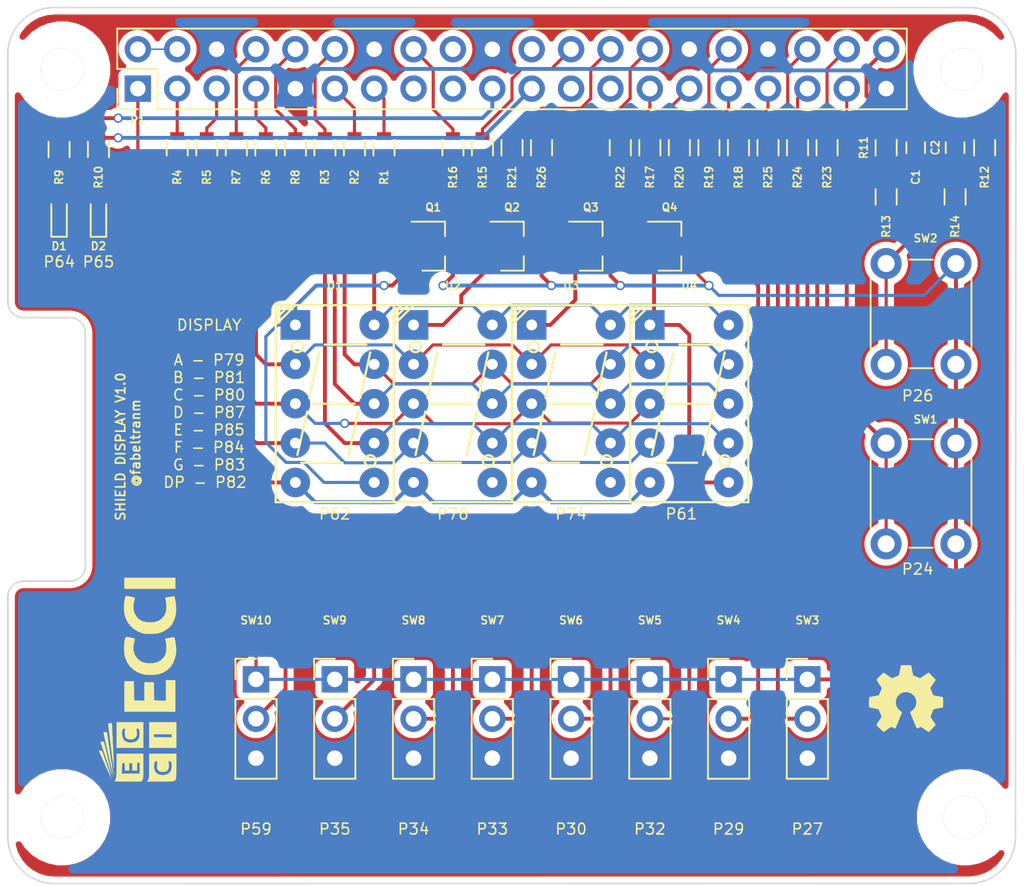
<source format=kicad_pcb>
(kicad_pcb (version 20171130) (host pcbnew "(5.1.4)-1")
  (layers (0 F.Cu signal) (31 B.Cu signal hide) (34 B.Paste user hide) (35 F.Paste user hide) (36 B.SilkS user hide) (37 F.SilkS user) (38 B.Mask user) (39 F.Mask user) (44 Edge.Cuts user))
  (net 0 "")
  (net 1 GND)
  (net 2 +5V)
  (net 3 +3V3)
  (net 4 P087)
  (net 5 P085)
  (net 6 P084)
  (net 7 P083-RX_Pi)
  (net 8 P081)
  (net 9 P080)
  (net 10 P079)
  (net 11 P078)
  (net 12 "P064-DOUT(34)")
  (net 13 "P065-DIN(35)")
  (net 14 P062)
  (net 15 P074)
  (net 16 P059)
  (net 17 P061)
  (net 18 P035)
  (net 19 P033)
  (net 20 P034)
  (net 21 P030)
  (net 22 P029)
  (net 23 P032)
  (net 24 P026)
  (net 25 P024)
  (net 26 "Net-(D1-Pad2)")
  (net 27 "Net-(D2-Pad2)")
  (net 28 "Net-(Q1-Pad2)")
  (net 29 "Net-(Q2-Pad2)")
  (net 30 "Net-(Q3-Pad2)")
  (net 31 "Net-(Q4-Pad2)")
  (net 32 "Net-(R11-Pad1)")
  (net 33 "Net-(R12-Pad1)")
  (net 34 A)
  (net 35 B)
  (net 36 C)
  (net 37 D)
  (net 38 E)
  (net 39 G)
  (net 40 DP)
  (net 41 "Net-(R17-Pad1)")
  (net 42 "Net-(R18-Pad1)")
  (net 43 "Net-(R19-Pad1)")
  (net 44 "Net-(R22-Pad1)")
  (net 45 "Net-(R23-Pad1)")
  (net 46 "Net-(R24-Pad1)")
  (net 47 "Net-(R20-Pad1)")
  (net 48 "Net-(R25-Pad1)")
  (net 49 "Net-(Q1-Pad1)")
  (net 50 "Net-(Q2-Pad1)")
  (net 51 "Net-(Q3-Pad1)")
  (net 52 "Net-(Q4-Pad1)")
  (net 53 F_)
  (net 54 P082-TX_Pi)
  (net 55 P027)
  (module RpiHat:openHW (layer F.Cu) (at 148.971 110.3884)
    (fp_text reference G*** hide)
    (fp_text value LOGO hide)
  )
  (module RpiHat:ECCI (layer F.Cu) (at 99.695 108.8644 90)
    (fp_text reference G*** hide)
    (fp_text value LOGO hide)
  )
  (module Displays_7-Segment:HDSP-78xx (layer F.Cu) (at 135.001 91.3384)
    (fp_text reference U4 (at 0 -7.62) (layer F.SilkS) (effects (font (size 0.5 0.5) (thickness 0.1))))
    (fp_text value HDSP-7501)
    (pad 1 thru_hole rect (at -2.54 -5.08) (size 1.89992 1.89992) (drill 0.70104) (layers *.Cu *.Mask) (net 31 "Net-(Q4-Pad2)"))
    (pad 2 thru_hole circle (at -2.54 -2.54) (size 1.89992 1.89992) (drill 0.70104) (layers *.Cu *.Mask) (net 53 F_))
    (pad 3 thru_hole circle (at -2.54 0) (size 1.89992 1.89992) (drill 0.70104) (layers *.Cu *.Mask) (net 39 G))
    (pad 4 thru_hole circle (at -2.54 2.54) (size 1.89992 1.89992) (drill 0.70104) (layers *.Cu *.Mask) (net 38 E))
    (pad 5 thru_hole circle (at -2.54 5.08) (size 1.89992 1.89992) (drill 0.70104) (layers *.Cu *.Mask) (net 37 D))
    (pad 6 thru_hole circle (at 2.54 5.08) (size 1.89992 1.89992) (drill 0.70104) (layers *.Cu *.Mask) (net 31 "Net-(Q4-Pad2)"))
    (pad 7 thru_hole circle (at 2.54 2.54) (size 1.89992 1.89992) (drill 0.70104) (layers *.Cu *.Mask) (net 40 DP))
    (pad 8 thru_hole circle (at 2.54 0) (size 1.8992 1.8992) (drill 0.70104) (layers *.Cu *.Mask) (net 36 C))
    (pad 9 thru_hole circle (at 2.54 -2.54) (size 1.89992 1.89992) (drill 0.70104) (layers *.Cu *.Mask) (net 35 B))
    (pad 10 thru_hole circle (at 2.54 -5.08) (size 1.89992 1.89992) (drill 0.70104) (layers *.Cu *.Mask) (net 34 A))
  )
  (module Displays_7-Segment:HDSP-78xx (layer F.Cu) (at 112.141 91.3384)
    (fp_text reference U1 (at 0 -7.62 180) (layer F.SilkS) (effects (font (size 0.5 0.5) (thickness 0.1))))
    (fp_text value HDSP-7501)
    (pad 10 thru_hole circle (at 2.54 -5.08) (size 1.89992 1.89992) (drill 0.70104) (layers *.Cu *.Mask) (net 34 A))
    (pad 9 thru_hole circle (at 2.54 -2.54) (size 1.89992 1.89992) (drill 0.70104) (layers *.Cu *.Mask) (net 35 B))
    (pad 8 thru_hole circle (at 2.54 0) (size 1.8992 1.8992) (drill 0.70104) (layers *.Cu *.Mask) (net 36 C))
    (pad 7 thru_hole circle (at 2.54 2.54) (size 1.89992 1.89992) (drill 0.70104) (layers *.Cu *.Mask) (net 40 DP))
    (pad 6 thru_hole circle (at 2.54 5.08) (size 1.89992 1.89992) (drill 0.70104) (layers *.Cu *.Mask) (net 28 "Net-(Q1-Pad2)"))
    (pad 5 thru_hole circle (at -2.54 5.08) (size 1.89992 1.89992) (drill 0.70104) (layers *.Cu *.Mask) (net 37 D))
    (pad 4 thru_hole circle (at -2.54 2.54) (size 1.89992 1.89992) (drill 0.70104) (layers *.Cu *.Mask) (net 38 E))
    (pad 3 thru_hole circle (at -2.54 0) (size 1.89992 1.89992) (drill 0.70104) (layers *.Cu *.Mask) (net 39 G))
    (pad 2 thru_hole circle (at -2.54 -2.54) (size 1.89992 1.89992) (drill 0.70104) (layers *.Cu *.Mask) (net 53 F_))
    (pad 1 thru_hole rect (at -2.54 -5.08) (size 1.89992 1.89992) (drill 0.70104) (layers *.Cu *.Mask) (net 28 "Net-(Q1-Pad2)"))
  )
  (module Displays_7-Segment:HDSP-78xx (layer F.Cu) (at 119.761 91.3384)
    (fp_text reference U2 (at 0 -7.62 180) (layer F.SilkS) (effects (font (size 0.5 0.5) (thickness 0.1))))
    (fp_text value HDSP-7501)
    (pad 1 thru_hole rect (at -2.54 -5.08) (size 1.89992 1.89992) (drill 0.70104) (layers *.Cu *.Mask) (net 29 "Net-(Q2-Pad2)"))
    (pad 2 thru_hole circle (at -2.54 -2.54) (size 1.89992 1.89992) (drill 0.70104) (layers *.Cu *.Mask) (net 53 F_))
    (pad 3 thru_hole circle (at -2.54 0) (size 1.89992 1.89992) (drill 0.70104) (layers *.Cu *.Mask) (net 39 G))
    (pad 4 thru_hole circle (at -2.54 2.54) (size 1.89992 1.89992) (drill 0.70104) (layers *.Cu *.Mask) (net 38 E))
    (pad 5 thru_hole circle (at -2.54 5.08) (size 1.89992 1.89992) (drill 0.70104) (layers *.Cu *.Mask) (net 37 D))
    (pad 6 thru_hole circle (at 2.54 5.08) (size 1.89992 1.89992) (drill 0.70104) (layers *.Cu *.Mask) (net 29 "Net-(Q2-Pad2)"))
    (pad 7 thru_hole circle (at 2.54 2.54) (size 1.89992 1.89992) (drill 0.70104) (layers *.Cu *.Mask) (net 40 DP))
    (pad 8 thru_hole circle (at 2.54 0) (size 1.8992 1.8992) (drill 0.70104) (layers *.Cu *.Mask) (net 36 C))
    (pad 9 thru_hole circle (at 2.54 -2.54) (size 1.89992 1.89992) (drill 0.70104) (layers *.Cu *.Mask) (net 35 B))
    (pad 10 thru_hole circle (at 2.54 -5.08) (size 1.89992 1.89992) (drill 0.70104) (layers *.Cu *.Mask) (net 34 A))
  )
  (module Displays_7-Segment:HDSP-78xx (layer F.Cu) (at 127.381 91.3384)
    (fp_text reference U3 (at 0 -7.62) (layer F.SilkS) (effects (font (size 0.5 0.5) (thickness 0.1))))
    (fp_text value HDSP-7501)
    (pad 1 thru_hole rect (at -2.54 -5.08) (size 1.89992 1.89992) (drill 0.70104) (layers *.Cu *.Mask) (net 30 "Net-(Q3-Pad2)"))
    (pad 2 thru_hole circle (at -2.54 -2.54) (size 1.89992 1.89992) (drill 0.70104) (layers *.Cu *.Mask) (net 53 F_))
    (pad 3 thru_hole circle (at -2.54 0) (size 1.89992 1.89992) (drill 0.70104) (layers *.Cu *.Mask) (net 39 G))
    (pad 4 thru_hole circle (at -2.54 2.54) (size 1.89992 1.89992) (drill 0.70104) (layers *.Cu *.Mask) (net 38 E))
    (pad 5 thru_hole circle (at -2.54 5.08) (size 1.89992 1.89992) (drill 0.70104) (layers *.Cu *.Mask) (net 37 D))
    (pad 6 thru_hole circle (at 2.54 5.08) (size 1.89992 1.89992) (drill 0.70104) (layers *.Cu *.Mask) (net 30 "Net-(Q3-Pad2)"))
    (pad 7 thru_hole circle (at 2.54 2.54) (size 1.89992 1.89992) (drill 0.70104) (layers *.Cu *.Mask) (net 40 DP))
    (pad 8 thru_hole circle (at 2.54 0) (size 1.8992 1.8992) (drill 0.70104) (layers *.Cu *.Mask) (net 36 C))
    (pad 9 thru_hole circle (at 2.54 -2.54) (size 1.89992 1.89992) (drill 0.70104) (layers *.Cu *.Mask) (net 35 B))
    (pad 10 thru_hole circle (at 2.54 -5.08) (size 1.89992 1.89992) (drill 0.70104) (layers *.Cu *.Mask) (net 34 A))
  )
  (module Resistors_SMD:R_0603 (layer F.Cu) (at 152.146 78.0034 270)
    (fp_text reference R14 (at 1.905 0 270) (layer F.SilkS) (effects (font (size 0.5 0.5) (thickness 0.1))))
    (fp_text value 10K)
    (pad 2 smd rect (at 0.75 0 270) (size 0.5 0.9) (layers F.Cu F.Paste F.Mask) (net 33 "Net-(R12-Pad1)"))
    (pad 1 smd rect (at -0.75 0 270) (size 0.5 0.9) (layers F.Cu F.Paste F.Mask) (net 1 GND))
  )
  (module Resistors_SMD:R_0603 (layer F.Cu) (at 130.556 74.8284 90)
    (fp_text reference R22 (at -1.905 0 90) (layer F.SilkS) (effects (font (size 0.5 0.5) (thickness 0.1))))
    (fp_text value 10K)
    (pad 1 smd rect (at -0.75 0 90) (size 0.5 0.9) (layers F.Cu F.Paste F.Mask) (net 44 "Net-(R22-Pad1)"))
    (pad 2 smd rect (at 0.75 0 90) (size 0.5 0.9) (layers F.Cu F.Paste F.Mask) (net 16 P059))
  )
  (module Resistors_SMD:R_0603 (layer F.Cu) (at 132.461 74.8284 90)
    (fp_text reference R17 (at -1.905 0 90) (layer F.SilkS) (effects (font (size 0.5 0.5) (thickness 0.1))))
    (fp_text value 10K)
    (pad 1 smd rect (at -0.75 0 90) (size 0.5 0.9) (layers F.Cu F.Paste F.Mask) (net 41 "Net-(R17-Pad1)"))
    (pad 2 smd rect (at 0.75 0 90) (size 0.5 0.9) (layers F.Cu F.Paste F.Mask) (net 18 P035))
  )
  (module Resistors_SMD:R_0603 (layer F.Cu) (at 138.176 74.8284 90)
    (fp_text reference R18 (at -1.905 0 90) (layer F.SilkS) (effects (font (size 0.5 0.5) (thickness 0.1))))
    (fp_text value 10K)
    (pad 2 smd rect (at 0.75 0 90) (size 0.5 0.9) (layers F.Cu F.Paste F.Mask) (net 21 P030))
    (pad 1 smd rect (at -0.75 0 90) (size 0.5 0.9) (layers F.Cu F.Paste F.Mask) (net 42 "Net-(R18-Pad1)"))
  )
  (module Resistors_SMD:R_0603 (layer F.Cu) (at 136.271 74.8284 90)
    (fp_text reference R19 (at -1.905 0 90) (layer F.SilkS) (effects (font (size 0.5 0.5) (thickness 0.1))))
    (fp_text value 10K)
    (pad 1 smd rect (at -0.75 0 90) (size 0.5 0.9) (layers F.Cu F.Paste F.Mask) (net 43 "Net-(R19-Pad1)"))
    (pad 2 smd rect (at 0.75 0 90) (size 0.5 0.9) (layers F.Cu F.Paste F.Mask) (net 19 P033))
  )
  (module Resistors_SMD:R_0603 (layer F.Cu) (at 134.366 74.8284 90)
    (fp_text reference R20 (at -1.905 0 90) (layer F.SilkS) (effects (font (size 0.5 0.5) (thickness 0.1))))
    (fp_text value 10K)
    (pad 2 smd rect (at 0.75 0 90) (size 0.5 0.9) (layers F.Cu F.Paste F.Mask) (net 20 P034))
    (pad 1 smd rect (at -0.75 0 90) (size 0.5 0.9) (layers F.Cu F.Paste F.Mask) (net 47 "Net-(R20-Pad1)"))
  )
  (module Resistors_SMD:R_0603 (layer F.Cu) (at 143.891 74.8284 90)
    (fp_text reference R23 (at -1.905 0 90) (layer F.SilkS) (effects (font (size 0.5 0.5) (thickness 0.1))))
    (fp_text value 10K)
    (pad 2 smd rect (at 0.75 0 90) (size 0.5 0.9) (layers F.Cu F.Paste F.Mask) (net 55 P027))
    (pad 1 smd rect (at -0.75 0 90) (size 0.5 0.9) (layers F.Cu F.Paste F.Mask) (net 45 "Net-(R23-Pad1)"))
  )
  (module Resistors_SMD:R_0603 (layer F.Cu) (at 141.986 74.8284 90)
    (fp_text reference R24 (at -1.905 0 90) (layer F.SilkS) (effects (font (size 0.5 0.5) (thickness 0.1))))
    (fp_text value 10K)
    (pad 1 smd rect (at -0.75 0 90) (size 0.5 0.9) (layers F.Cu F.Paste F.Mask) (net 46 "Net-(R24-Pad1)"))
    (pad 2 smd rect (at 0.75 0 90) (size 0.5 0.9) (layers F.Cu F.Paste F.Mask) (net 22 P029))
  )
  (module Resistors_SMD:R_0603 (layer F.Cu) (at 140.081 74.8284 90)
    (fp_text reference R25 (at -1.905 0 90) (layer F.SilkS) (effects (font (size 0.5 0.5) (thickness 0.1))))
    (fp_text value 10K)
    (pad 1 smd rect (at -0.75 0 90) (size 0.5 0.9) (layers F.Cu F.Paste F.Mask) (net 48 "Net-(R25-Pad1)"))
    (pad 2 smd rect (at 0.75 0 90) (size 0.5 0.9) (layers F.Cu F.Paste F.Mask) (net 23 P032))
  )
  (module Resistors_SMD:R_0603 (layer F.Cu) (at 105.791 74.8284 90)
    (fp_text reference R7 (at -1.905 0 90) (layer F.SilkS) (effects (font (size 0.5 0.5) (thickness 0.1))))
    (fp_text value 100)
    (pad 1 smd rect (at -0.75 0 90) (size 0.5 0.9) (layers F.Cu F.Paste F.Mask) (net 39 G))
    (pad 2 smd rect (at 0.75 0 90) (size 0.5 0.9) (layers F.Cu F.Paste F.Mask) (net 7 P083-RX_Pi))
  )
  (module Resistors_SMD:R_0603 (layer F.Cu) (at 101.981 74.8284 90)
    (fp_text reference R4 (at -1.905 0 90) (layer F.SilkS) (effects (font (size 0.5 0.5) (thickness 0.1))))
    (fp_text value 100)
    (pad 2 smd rect (at 0.75 0 90) (size 0.5 0.9) (layers F.Cu F.Paste F.Mask) (net 4 P087))
    (pad 1 smd rect (at -0.75 0 90) (size 0.5 0.9) (layers F.Cu F.Paste F.Mask) (net 37 D))
  )
  (module Resistors_SMD:R_0603 (layer F.Cu) (at 103.886 74.8284 90)
    (fp_text reference R5 (at -1.905 0 90) (layer F.SilkS) (effects (font (size 0.5 0.5) (thickness 0.1))))
    (fp_text value 100)
    (pad 1 smd rect (at -0.75 0 90) (size 0.5 0.9) (layers F.Cu F.Paste F.Mask) (net 38 E))
    (pad 2 smd rect (at 0.75 0 90) (size 0.5 0.9) (layers F.Cu F.Paste F.Mask) (net 5 P085))
  )
  (module Resistors_SMD:R_0603 (layer F.Cu) (at 107.696 74.8284 90)
    (fp_text reference R6 (at -1.905 0 90) (layer F.SilkS) (effects (font (size 0.5 0.5) (thickness 0.1))))
    (fp_text value 100)
    (pad 2 smd rect (at 0.75 0 90) (size 0.5 0.9) (layers F.Cu F.Paste F.Mask) (net 6 P084))
    (pad 1 smd rect (at -0.75 0 90) (size 0.5 0.9) (layers F.Cu F.Paste F.Mask) (net 53 F_))
  )
  (module Pin_Headers:Pin_Header_Straight_2x20_Pitch2.54mm (layer F.Cu) (at 99.441 71.0184 90)
    (fp_text reference P1 (at -2.032 0 180) (layer F.SilkS) (effects (font (size 0.5 0.5) (thickness 0.1))))
    (fp_text value CONN_02X20)
    (pad 1 thru_hole rect (at 0 0 90) (size 1.7 1.7) (drill 1) (layers *.Cu *.Mask) (net 3 +3V3))
    (pad 2 thru_hole oval (at 2.54 0 90) (size 1.7 1.7) (drill 1) (layers *.Cu *.Mask) (net 2 +5V))
    (pad 3 thru_hole oval (at 0 2.54 90) (size 1.7 1.7) (drill 1) (layers *.Cu *.Mask) (net 4 P087))
    (pad 4 thru_hole oval (at 2.54 2.54 90) (size 1.7 1.7) (drill 1) (layers *.Cu *.Mask) (net 2 +5V))
    (pad 5 thru_hole oval (at 0 5.08 90) (size 1.7 1.7) (drill 1) (layers *.Cu *.Mask) (net 5 P085))
    (pad 6 thru_hole oval (at 2.54 5.08 90) (size 1.7 1.7) (drill 1) (layers *.Cu *.Mask) (net 1 GND))
    (pad 7 thru_hole oval (at 0 7.62 90) (size 1.7 1.7) (drill 1) (layers *.Cu *.Mask) (net 6 P084))
    (pad 8 thru_hole oval (at 2.54 7.62 90) (size 1.7 1.7) (drill 1) (layers *.Cu *.Mask) (net 7 P083-RX_Pi))
    (pad 9 thru_hole oval (at 0 10.16 90) (size 1.7 1.7) (drill 1) (layers *.Cu *.Mask) (net 1 GND))
    (pad 10 thru_hole oval (at 2.54 10.16 90) (size 1.7 1.7) (drill 1) (layers *.Cu *.Mask) (net 54 P082-TX_Pi))
    (pad 11 thru_hole oval (at 0 12.7 90) (size 1.7 1.7) (drill 1) (layers *.Cu *.Mask) (net 8 P081))
    (pad 12 thru_hole oval (at 2.54 12.7 90) (size 1.7 1.7) (drill 1) (layers *.Cu *.Mask) (net 9 P080))
    (pad 13 thru_hole oval (at 0 15.24 90) (size 1.7 1.7) (drill 1) (layers *.Cu *.Mask) (net 10 P079))
    (pad 14 thru_hole oval (at 2.54 15.24 90) (size 1.7 1.7) (drill 1) (layers *.Cu *.Mask) (net 1 GND))
    (pad 15 thru_hole oval (at 0 17.78 90) (size 1.7 1.7) (drill 1) (layers *.Cu *.Mask))
    (pad 16 thru_hole oval (at 2.54 17.78 90) (size 1.7 1.7) (drill 1) (layers *.Cu *.Mask) (net 11 P078))
    (pad 17 thru_hole oval (at 0 20.32 90) (size 1.7 1.7) (drill 1) (layers *.Cu *.Mask))
    (pad 18 thru_hole oval (at 2.54 20.32 90) (size 1.7 1.7) (drill 1) (layers *.Cu *.Mask))
    (pad 19 thru_hole oval (at 0 22.86 90) (size 1.7 1.7) (drill 1) (layers *.Cu *.Mask) (net 12 "P064-DOUT(34)"))
    (pad 20 thru_hole oval (at 2.54 22.86 90) (size 1.7 1.7) (drill 1) (layers *.Cu *.Mask) (net 1 GND))
    (pad 21 thru_hole oval (at 0 25.4 90) (size 1.7 1.7) (drill 1) (layers *.Cu *.Mask) (net 13 "P065-DIN(35)"))
    (pad 22 thru_hole oval (at 2.54 25.4 90) (size 1.7 1.7) (drill 1) (layers *.Cu *.Mask))
    (pad 23 thru_hole oval (at 0 27.94 90) (size 1.7 1.7) (drill 1) (layers *.Cu *.Mask))
    (pad 24 thru_hole oval (at 2.54 27.94 90) (size 1.7 1.7) (drill 1) (layers *.Cu *.Mask) (net 14 P062))
    (pad 25 thru_hole oval (at 0 30.48 90) (size 1.7 1.7) (drill 1) (layers *.Cu *.Mask))
    (pad 26 thru_hole oval (at 2.54 30.48 90) (size 1.7 1.7) (drill 1) (layers *.Cu *.Mask) (net 15 P074))
    (pad 27 thru_hole oval (at 0 33.02 90) (size 1.7 1.7) (drill 1) (layers *.Cu *.Mask) (net 16 P059))
    (pad 28 thru_hole oval (at 2.54 33.02 90) (size 1.7 1.7) (drill 1) (layers *.Cu *.Mask) (net 17 P061))
    (pad 29 thru_hole oval (at 0 35.56 90) (size 1.7 1.7) (drill 1) (layers *.Cu *.Mask) (net 18 P035))
    (pad 30 thru_hole oval (at 2.54 35.56 90) (size 1.7 1.7) (drill 1) (layers *.Cu *.Mask) (net 1 GND))
    (pad 31 thru_hole oval (at 0 38.1 90) (size 1.7 1.7) (drill 1) (layers *.Cu *.Mask) (net 19 P033))
    (pad 32 thru_hole oval (at 2.54 38.1 90) (size 1.7 1.7) (drill 1) (layers *.Cu *.Mask) (net 20 P034))
    (pad 33 thru_hole oval (at 0 40.64 90) (size 1.7 1.7) (drill 1) (layers *.Cu *.Mask) (net 21 P030))
    (pad 34 thru_hole oval (at 2.54 40.64 90) (size 1.7 1.7) (drill 1) (layers *.Cu *.Mask) (net 1 GND))
    (pad 35 thru_hole oval (at 0 43.18 90) (size 1.7 1.7) (drill 1) (layers *.Cu *.Mask) (net 22 P029))
    (pad 36 thru_hole oval (at 2.54 43.18 90) (size 1.7 1.7) (drill 1) (layers *.Cu *.Mask) (net 23 P032))
    (pad 37 thru_hole oval (at 0 45.72 90) (size 1.7 1.7) (drill 1) (layers *.Cu *.Mask) (net 24 P026))
    (pad 38 thru_hole oval (at 2.54 45.72 90) (size 1.7 1.7) (drill 1) (layers *.Cu *.Mask) (net 55 P027))
    (pad 39 thru_hole oval (at 0 48.26 90) (size 1.7 1.7) (drill 1) (layers *.Cu *.Mask) (net 1 GND))
    (pad 40 thru_hole oval (at 2.54 48.26 90) (size 1.7 1.7) (drill 1) (layers *.Cu *.Mask) (net 25 P024))
  )
  (module Resistors_SMD:R_0603 (layer F.Cu) (at 147.701 74.8284 90)
    (fp_text reference R11 (at 0 -1.45 90) (layer F.SilkS) (effects (font (size 0.5 0.5) (thickness 0.1))))
    (fp_text value 10K)
    (pad 2 smd rect (at 0.75 0 90) (size 0.5 0.9) (layers F.Cu F.Paste F.Mask) (net 24 P026))
    (pad 1 smd rect (at -0.75 0 90) (size 0.5 0.9) (layers F.Cu F.Paste F.Mask) (net 32 "Net-(R11-Pad1)"))
  )
  (module Resistors_SMD:R_0603 (layer F.Cu) (at 154.051 74.8284 90)
    (fp_text reference R12 (at -1.905 0 90) (layer F.SilkS) (effects (font (size 0.5 0.5) (thickness 0.1))))
    (fp_text value 10K)
    (pad 1 smd rect (at -0.75 0 90) (size 0.5 0.9) (layers F.Cu F.Paste F.Mask) (net 33 "Net-(R12-Pad1)"))
    (pad 2 smd rect (at 0.75 0 90) (size 0.5 0.9) (layers F.Cu F.Paste F.Mask) (net 25 P024))
  )
  (module Resistors_SMD:R_0603 (layer F.Cu) (at 147.701 78.0034 90)
    (fp_text reference R13 (at -1.905 0 90) (layer F.SilkS) (effects (font (size 0.5 0.5) (thickness 0.1))))
    (fp_text value 10K)
    (pad 1 smd rect (at -0.75 0 90) (size 0.5 0.9) (layers F.Cu F.Paste F.Mask) (net 1 GND))
    (pad 2 smd rect (at 0.75 0 90) (size 0.5 0.9) (layers F.Cu F.Paste F.Mask) (net 32 "Net-(R11-Pad1)"))
  )
  (module Capacitors_SMD:C_0603 (layer F.Cu) (at 149.606 74.8284 270)
    (fp_text reference C1 (at 1.905 0 270) (layer F.SilkS) (effects (font (size 0.5 0.5) (thickness 0.1))))
    (fp_text value 0.1u)
    (pad 2 smd rect (at 0.75 0 270) (size 0.8 0.75) (layers F.Cu F.Paste F.Mask) (net 1 GND))
    (pad 1 smd rect (at -0.75 0 270) (size 0.8 0.75) (layers F.Cu F.Paste F.Mask) (net 24 P026))
  )
  (module Capacitors_SMD:C_0603 (layer F.Cu) (at 152.146 74.8284 270)
    (fp_text reference C2 (at 0 1.27 270) (layer F.SilkS) (effects (font (size 0.5 0.5) (thickness 0.1))))
    (fp_text value 0.1u)
    (pad 1 smd rect (at -0.75 0 270) (size 0.8 0.75) (layers F.Cu F.Paste F.Mask) (net 25 P024))
    (pad 2 smd rect (at 0.75 0 270) (size 0.8 0.75) (layers F.Cu F.Paste F.Mask) (net 1 GND))
  )
  (module Resistors_SMD:R_0603 (layer F.Cu) (at 115.316 74.8284 90)
    (fp_text reference R1 (at -1.905 0 270) (layer F.SilkS) (effects (font (size 0.5 0.5) (thickness 0.1))))
    (fp_text value 100)
    (pad 2 smd rect (at 0.75 0 90) (size 0.5 0.9) (layers F.Cu F.Paste F.Mask) (net 10 P079))
    (pad 1 smd rect (at -0.75 0 90) (size 0.5 0.9) (layers F.Cu F.Paste F.Mask) (net 34 A))
  )
  (module Resistors_SMD:R_0603 (layer F.Cu) (at 125.476 74.8284 90)
    (fp_text reference R26 (at -1.905 0 90) (layer F.SilkS) (effects (font (size 0.5 0.5) (thickness 0.1))))
    (fp_text value 2.2k)
    (pad 2 smd rect (at 0.75 0 90) (size 0.5 0.9) (layers F.Cu F.Paste F.Mask) (net 17 P061))
    (pad 1 smd rect (at -0.75 0 90) (size 0.5 0.9) (layers F.Cu F.Paste F.Mask) (net 52 "Net-(Q4-Pad1)"))
  )
  (module Buttons_Switches_THT:SW_PUSH_6mm (layer F.Cu) (at 147.701 100.3784 90)
    (fp_text reference SW1 (at 8.024 2.54 180) (layer F.SilkS) (effects (font (size 0.5 0.5) (thickness 0.1))))
    (fp_text value "PTS645SM43SMTR92 LFS")
    (pad 1 thru_hole circle (at 6.5 0 180) (size 2 2) (drill 1.1) (layers *.Cu *.Mask) (net 32 "Net-(R11-Pad1)"))
    (pad 2 thru_hole circle (at 6.5 4.5 180) (size 2 2) (drill 1.1) (layers *.Cu *.Mask) (net 3 +3V3))
    (pad 1 thru_hole circle (at 0 0 180) (size 2 2) (drill 1.1) (layers *.Cu *.Mask) (net 32 "Net-(R11-Pad1)"))
    (pad 2 thru_hole circle (at 0 4.5 180) (size 2 2) (drill 1.1) (layers *.Cu *.Mask) (net 3 +3V3))
  )
  (module Pin_Headers:Pin_Header_Straight_1x03_Pitch2.54mm (layer F.Cu) (at 142.621 109.1184)
    (fp_text reference SW3 (at 0 -3.81 180) (layer F.SilkS) (effects (font (size 0.5 0.5) (thickness 0.1))))
    (fp_text value "EG1218 ")
    (pad 1 thru_hole rect (at 0 0) (size 1.7 1.7) (drill 1) (layers *.Cu *.Mask) (net 3 +3V3))
    (pad 2 thru_hole oval (at 0 2.54) (size 1.7 1.7) (drill 1) (layers *.Cu *.Mask) (net 45 "Net-(R23-Pad1)"))
    (pad 3 thru_hole oval (at 0 5.08) (size 1.7 1.7) (drill 1) (layers *.Cu *.Mask) (net 1 GND))
  )
  (module Pin_Headers:Pin_Header_Straight_1x03_Pitch2.54mm (layer F.Cu) (at 137.541 109.1184)
    (fp_text reference SW4 (at 0 -3.81 180) (layer F.SilkS) (effects (font (size 0.5 0.5) (thickness 0.1))))
    (fp_text value "EG1218 ")
    (pad 3 thru_hole oval (at 0 5.08) (size 1.7 1.7) (drill 1) (layers *.Cu *.Mask) (net 1 GND))
    (pad 2 thru_hole oval (at 0 2.54) (size 1.7 1.7) (drill 1) (layers *.Cu *.Mask) (net 46 "Net-(R24-Pad1)"))
    (pad 1 thru_hole rect (at 0 0) (size 1.7 1.7) (drill 1) (layers *.Cu *.Mask) (net 3 +3V3))
  )
  (module RPi_Hat:RPi_Hat_Mounting_Hole (layer F.Cu) (at 152.781 118.0084)
    (fp_text reference "" hide)
    (fp_text value "" hide)
    (pad "" thru_hole circle (at 0 0) (size 2.75 2.75) (drill 2.75) (layers *.Cu *.Mask F.SilkS) (clearance 1.725))
  )
  (module RPi_Hat:RPi_Hat_Mounting_Hole (layer F.Cu) (at 94.559 118.0084)
    (fp_text reference "" hide)
    (fp_text value "" hide)
    (pad "" thru_hole circle (at 0 0) (size 2.75 2.75) (drill 2.75) (layers *.Cu *.Mask F.SilkS) (clearance 1.725))
  )
  (module RPi_Hat:RPi_Hat_Mounting_Hole (layer F.Cu) (at 152.559 69.786)
    (fp_text reference "" hide)
    (fp_text value "" hide)
    (pad "" thru_hole circle (at 0 0) (size 2.75 2.75) (drill 2.75) (layers *.Cu *.Mask F.SilkS) (clearance 1.725))
  )
  (module RPi_Hat:RPi_Hat_Mounting_Hole (layer F.Cu) (at 94.559 69.786)
    (fp_text reference "" hide)
    (fp_text value "" hide)
    (pad "" thru_hole circle (at 0 0) (size 2.75 2.75) (drill 2.75) (layers *.Cu *.Mask F.SilkS) (clearance 1.725))
  )
  (module LEDs:LED_0603 (layer F.Cu) (at 94.361 79.2734 90)
    (fp_text reference D1 (at -1.905 0 180) (layer F.SilkS) (effects (font (size 0.5 0.5) (thickness 0.1))))
    (fp_text value LED)
    (pad 1 smd rect (at -0.8 0 270) (size 0.8 0.8) (layers F.Cu F.Paste F.Mask) (net 1 GND))
    (pad 2 smd rect (at 0.8 0 270) (size 0.8 0.8) (layers F.Cu F.Paste F.Mask) (net 26 "Net-(D1-Pad2)"))
  )
  (module LEDs:LED_0603 (layer F.Cu) (at 96.901 79.2734 90)
    (fp_text reference D2 (at -1.905 0 180) (layer F.SilkS) (effects (font (size 0.5 0.5) (thickness 0.1))))
    (fp_text value LED)
    (pad 2 smd rect (at 0.8 0 270) (size 0.8 0.8) (layers F.Cu F.Paste F.Mask) (net 27 "Net-(D2-Pad2)"))
    (pad 1 smd rect (at -0.8 0 270) (size 0.8 0.8) (layers F.Cu F.Paste F.Mask) (net 1 GND))
  )
  (module Resistors_SMD:R_0603 (layer F.Cu) (at 113.411 74.8284 90)
    (fp_text reference R2 (at -1.905 0 90) (layer F.SilkS) (effects (font (size 0.5 0.5) (thickness 0.1))))
    (fp_text value 100)
    (pad 2 smd rect (at 0.75 0 90) (size 0.5 0.9) (layers F.Cu F.Paste F.Mask) (net 8 P081))
    (pad 1 smd rect (at -0.75 0 90) (size 0.5 0.9) (layers F.Cu F.Paste F.Mask) (net 35 B))
  )
  (module Resistors_SMD:R_0603 (layer F.Cu) (at 111.506 74.8284 90)
    (fp_text reference R3 (at -1.905 0 90) (layer F.SilkS) (effects (font (size 0.5 0.5) (thickness 0.1))))
    (fp_text value 100)
    (pad 1 smd rect (at -0.75 0 90) (size 0.5 0.9) (layers F.Cu F.Paste F.Mask) (net 36 C))
    (pad 2 smd rect (at 0.75 0 90) (size 0.5 0.9) (layers F.Cu F.Paste F.Mask) (net 9 P080))
  )
  (module Resistors_SMD:R_0603 (layer F.Cu) (at 109.601 74.8284 90)
    (fp_text reference R8 (at -1.905 0 90) (layer F.SilkS) (effects (font (size 0.5 0.5) (thickness 0.1))))
    (fp_text value 100)
    (pad 1 smd rect (at -0.75 0 90) (size 0.5 0.9) (layers F.Cu F.Paste F.Mask) (net 40 DP))
    (pad 2 smd rect (at 0.75 0 90) (size 0.5 0.9) (layers F.Cu F.Paste F.Mask) (net 54 P082-TX_Pi))
  )
  (module Resistors_SMD:R_0603 (layer F.Cu) (at 94.361 74.9434 90)
    (fp_text reference R9 (at -1.79 0 90) (layer F.SilkS) (effects (font (size 0.5 0.5) (thickness 0.1))))
    (fp_text value 390)
    (pad 1 smd rect (at -0.75 0 90) (size 0.5 0.9) (layers F.Cu F.Paste F.Mask) (net 26 "Net-(D1-Pad2)"))
    (pad 2 smd rect (at 0.75 0 90) (size 0.5 0.9) (layers F.Cu F.Paste F.Mask) (net 12 "P064-DOUT(34)"))
  )
  (module Resistors_SMD:R_0603 (layer F.Cu) (at 96.901 74.9434 90)
    (fp_text reference R10 (at -1.79 0 90) (layer F.SilkS) (effects (font (size 0.5 0.5) (thickness 0.1))))
    (fp_text value 390)
    (pad 2 smd rect (at 0.75 0 90) (size 0.5 0.9) (layers F.Cu F.Paste F.Mask) (net 13 "P065-DIN(35)"))
    (pad 1 smd rect (at -0.75 0 90) (size 0.5 0.9) (layers F.Cu F.Paste F.Mask) (net 27 "Net-(D2-Pad2)"))
  )
  (module Resistors_SMD:R_0603 (layer F.Cu) (at 121.666 74.8284 90)
    (fp_text reference R15 (at -1.905 0 90) (layer F.SilkS) (effects (font (size 0.5 0.5) (thickness 0.1))))
    (fp_text value 2.2k)
    (pad 1 smd rect (at -0.75 0 90) (size 0.5 0.9) (layers F.Cu F.Paste F.Mask) (net 50 "Net-(Q2-Pad1)"))
    (pad 2 smd rect (at 0.75 0 90) (size 0.5 0.9) (layers F.Cu F.Paste F.Mask) (net 14 P062))
  )
  (module Resistors_SMD:R_0603 (layer F.Cu) (at 119.761 74.8284 90)
    (fp_text reference R16 (at -1.905 0 90) (layer F.SilkS) (effects (font (size 0.5 0.5) (thickness 0.1))))
    (fp_text value 2.2k)
    (pad 2 smd rect (at 0.75 0 90) (size 0.5 0.9) (layers F.Cu F.Paste F.Mask) (net 11 P078))
    (pad 1 smd rect (at -0.75 0 90) (size 0.5 0.9) (layers F.Cu F.Paste F.Mask) (net 49 "Net-(Q1-Pad1)"))
  )
  (module Resistors_SMD:R_0603 (layer F.Cu) (at 123.571 74.8284 90)
    (fp_text reference R21 (at -1.905 0 90) (layer F.SilkS) (effects (font (size 0.5 0.5) (thickness 0.1))))
    (fp_text value 2.2k)
    (pad 2 smd rect (at 0.75 0 90) (size 0.5 0.9) (layers F.Cu F.Paste F.Mask) (net 15 P074))
    (pad 1 smd rect (at -0.75 0 90) (size 0.5 0.9) (layers F.Cu F.Paste F.Mask) (net 51 "Net-(Q3-Pad1)"))
  )
  (module Pin_Headers:Pin_Header_Straight_1x03_Pitch2.54mm (layer F.Cu) (at 127.381 109.1184)
    (fp_text reference SW6 (at 0 -3.81 180) (layer F.SilkS) (effects (font (size 0.5 0.5) (thickness 0.1))))
    (fp_text value "EG1218 ")
    (pad 1 thru_hole rect (at 0 0) (size 1.7 1.7) (drill 1) (layers *.Cu *.Mask) (net 3 +3V3))
    (pad 2 thru_hole oval (at 0 2.54) (size 1.7 1.7) (drill 1) (layers *.Cu *.Mask) (net 42 "Net-(R18-Pad1)"))
    (pad 3 thru_hole oval (at 0 5.08) (size 1.7 1.7) (drill 1) (layers *.Cu *.Mask) (net 1 GND))
  )
  (module Pin_Headers:Pin_Header_Straight_1x03_Pitch2.54mm (layer F.Cu) (at 122.301 109.1184)
    (fp_text reference SW7 (at 0 -3.81 180) (layer F.SilkS) (effects (font (size 0.5 0.5) (thickness 0.1))))
    (fp_text value "EG1218 ")
    (pad 3 thru_hole oval (at 0 5.08) (size 1.7 1.7) (drill 1) (layers *.Cu *.Mask) (net 1 GND))
    (pad 2 thru_hole oval (at 0 2.54) (size 1.7 1.7) (drill 1) (layers *.Cu *.Mask) (net 43 "Net-(R19-Pad1)"))
    (pad 1 thru_hole rect (at 0 0) (size 1.7 1.7) (drill 1) (layers *.Cu *.Mask) (net 3 +3V3))
  )
  (module Pin_Headers:Pin_Header_Straight_1x03_Pitch2.54mm (layer F.Cu) (at 117.221 109.1184)
    (fp_text reference SW8 (at 0 -3.81 180) (layer F.SilkS) (effects (font (size 0.5 0.5) (thickness 0.1))))
    (fp_text value "EG1218 ")
    (pad 1 thru_hole rect (at 0 0) (size 1.7 1.7) (drill 1) (layers *.Cu *.Mask) (net 3 +3V3))
    (pad 2 thru_hole oval (at 0 2.54) (size 1.7 1.7) (drill 1) (layers *.Cu *.Mask) (net 47 "Net-(R20-Pad1)"))
    (pad 3 thru_hole oval (at 0 5.08) (size 1.7 1.7) (drill 1) (layers *.Cu *.Mask) (net 1 GND))
  )
  (module Pin_Headers:Pin_Header_Straight_1x03_Pitch2.54mm (layer F.Cu) (at 107.061 109.1184)
    (fp_text reference SW10 (at 0 -3.81 180) (layer F.SilkS) (effects (font (size 0.5 0.5) (thickness 0.1))))
    (fp_text value "EG1218 ")
    (pad 1 thru_hole rect (at 0 0) (size 1.7 1.7) (drill 1) (layers *.Cu *.Mask) (net 3 +3V3))
    (pad 2 thru_hole oval (at 0 2.54) (size 1.7 1.7) (drill 1) (layers *.Cu *.Mask) (net 44 "Net-(R22-Pad1)"))
    (pad 3 thru_hole oval (at 0 5.08) (size 1.7 1.7) (drill 1) (layers *.Cu *.Mask) (net 1 GND))
  )
  (module Pin_Headers:Pin_Header_Straight_1x03_Pitch2.54mm (layer F.Cu) (at 132.461 109.1184)
    (fp_text reference SW5 (at 0 -3.81 180) (layer F.SilkS) (effects (font (size 0.5 0.5) (thickness 0.1))))
    (fp_text value "EG1218 ")
    (pad 3 thru_hole oval (at 0 5.08) (size 1.7 1.7) (drill 1) (layers *.Cu *.Mask) (net 1 GND))
    (pad 2 thru_hole oval (at 0 2.54) (size 1.7 1.7) (drill 1) (layers *.Cu *.Mask) (net 48 "Net-(R25-Pad1)"))
    (pad 1 thru_hole rect (at 0 0) (size 1.7 1.7) (drill 1) (layers *.Cu *.Mask) (net 3 +3V3))
  )
  (module Buttons_Switches_THT:SW_PUSH_6mm (layer F.Cu) (at 147.701 88.7984 90)
    (fp_text reference SW2 (at 8.128 2.54 180) (layer F.SilkS) (effects (font (size 0.5 0.5) (thickness 0.1))))
    (fp_text value "PTS645SM43SMTR92 LFS")
    (pad 2 thru_hole circle (at 0 4.5 180) (size 2 2) (drill 1.1) (layers *.Cu *.Mask) (net 3 +3V3))
    (pad 1 thru_hole circle (at 0 0 180) (size 2 2) (drill 1.1) (layers *.Cu *.Mask) (net 33 "Net-(R12-Pad1)"))
    (pad 2 thru_hole circle (at 6.5 4.5 180) (size 2 2) (drill 1.1) (layers *.Cu *.Mask) (net 3 +3V3))
    (pad 1 thru_hole circle (at 6.5 0 180) (size 2 2) (drill 1.1) (layers *.Cu *.Mask) (net 33 "Net-(R12-Pad1)"))
  )
  (module Pin_Headers:Pin_Header_Straight_1x03_Pitch2.54mm (layer F.Cu) (at 112.141 109.1184)
    (fp_text reference SW9 (at 0 -3.81 180) (layer F.SilkS) (effects (font (size 0.5 0.5) (thickness 0.1))))
    (fp_text value "EG1218 ")
    (pad 1 thru_hole rect (at 0 0) (size 1.7 1.7) (drill 1) (layers *.Cu *.Mask) (net 3 +3V3))
    (pad 2 thru_hole oval (at 0 2.54) (size 1.7 1.7) (drill 1) (layers *.Cu *.Mask) (net 41 "Net-(R17-Pad1)"))
    (pad 3 thru_hole oval (at 0 5.08) (size 1.7 1.7) (drill 1) (layers *.Cu *.Mask) (net 1 GND))
  )
  (module Package_TO_SOT_SMD:SOT-23 (layer F.Cu) (at 123.571 81.1784)
    (fp_text reference Q2 (at 0 -2.5) (layer F.SilkS) (effects (font (size 0.5 0.5) (thickness 0.1))))
    (fp_text value MMBT3906)
    (pad 1 smd rect (at -1 -0.95) (size 0.9 0.8) (layers F.Cu F.Paste F.Mask) (net 50 "Net-(Q2-Pad1)"))
    (pad 2 smd rect (at -1 0.95) (size 0.9 0.8) (layers F.Cu F.Paste F.Mask) (net 29 "Net-(Q2-Pad2)"))
    (pad 3 smd rect (at 1 0) (size 0.9 0.8) (layers F.Cu F.Paste F.Mask) (net 3 +3V3))
  )
  (module Package_TO_SOT_SMD:SOT-23 (layer F.Cu) (at 118.491 81.1784)
    (fp_text reference Q1 (at 0 -2.5) (layer F.SilkS) (effects (font (size 0.5 0.5) (thickness 0.1))))
    (fp_text value MMBT3906)
    (pad 3 smd rect (at 1 0) (size 0.9 0.8) (layers F.Cu F.Paste F.Mask) (net 3 +3V3))
    (pad 2 smd rect (at -1 0.95) (size 0.9 0.8) (layers F.Cu F.Paste F.Mask) (net 28 "Net-(Q1-Pad2)"))
    (pad 1 smd rect (at -1 -0.95) (size 0.9 0.8) (layers F.Cu F.Paste F.Mask) (net 49 "Net-(Q1-Pad1)"))
  )
  (module Package_TO_SOT_SMD:SOT-23 (layer F.Cu) (at 128.651 81.1784)
    (fp_text reference Q3 (at 0 -2.5) (layer F.SilkS) (effects (font (size 0.5 0.5) (thickness 0.1))))
    (fp_text value MMBT3906)
    (pad 1 smd rect (at -1 -0.95) (size 0.9 0.8) (layers F.Cu F.Paste F.Mask) (net 51 "Net-(Q3-Pad1)"))
    (pad 2 smd rect (at -1 0.95) (size 0.9 0.8) (layers F.Cu F.Paste F.Mask) (net 30 "Net-(Q3-Pad2)"))
    (pad 3 smd rect (at 1 0) (size 0.9 0.8) (layers F.Cu F.Paste F.Mask) (net 3 +3V3))
  )
  (module Package_TO_SOT_SMD:SOT-23 (layer F.Cu) (at 133.731 81.1784)
    (fp_text reference Q4 (at 0 -2.5) (layer F.SilkS) (effects (font (size 0.5 0.5) (thickness 0.1))))
    (fp_text value MMBT3906)
    (pad 3 smd rect (at 1 0) (size 0.9 0.8) (layers F.Cu F.Paste F.Mask) (net 3 +3V3))
    (pad 2 smd rect (at -1 0.95) (size 0.9 0.8) (layers F.Cu F.Paste F.Mask) (net 31 "Net-(Q4-Pad2)"))
    (pad 1 smd rect (at -1 -0.95) (size 0.9 0.8) (layers F.Cu F.Paste F.Mask) (net 52 "Net-(Q4-Pad1)"))
  )
  (gr_text P24 (at 149.733 102.0064) (layer F.SilkS) (effects (font (size 0.7 0.7) (thickness 0.1))))
  (gr_text P26 (at 149.733 90.8304) (layer F.SilkS) (effects (font (size 0.7 0.7) (thickness 0.1))))
  (gr_text P65 (at 96.901 82.1944) (layer F.SilkS) (effects (font (size 0.7 0.7) (thickness 0.1))))
  (gr_text " P64" (at 94.107 82.1944) (layer F.SilkS) (effects (font (size 0.7 0.7) (thickness 0.1))))
  (gr_text P61 (at 134.493 98.4504) (layer F.SilkS) (effects (font (size 0.7 0.7) (thickness 0.1))))
  (gr_text P74 (at 127.381 98.4504) (layer F.SilkS) (effects (font (size 0.7 0.7) (thickness 0.1))))
  (gr_text P78 (at 119.761 98.4504) (layer F.SilkS) (effects (font (size 0.7 0.7) (thickness 0.1))))
  (gr_text P62 (at 112.141 98.4504) (layer F.SilkS) (effects (font (size 0.7 0.7) (thickness 0.1))))
  (gr_text P27 (at 142.621 118.7704) (layer F.SilkS) (effects (font (size 0.7 0.7) (thickness 0.1))))
  (gr_text P29 (at 137.541 118.7704) (layer F.SilkS) (effects (font (size 0.7 0.7) (thickness 0.1))))
  (gr_text P32 (at 132.461 118.7704) (layer F.SilkS) (effects (font (size 0.7 0.7) (thickness 0.1))))
  (gr_text P30 (at 127.381 118.7704) (layer F.SilkS) (effects (font (size 0.7 0.7) (thickness 0.1))))
  (gr_text P33 (at 122.301 118.7704) (layer F.SilkS) (effects (font (size 0.7 0.7) (thickness 0.1))))
  (gr_text P34 (at 117.221 118.7704) (layer F.SilkS) (effects (font (size 0.7 0.7) (thickness 0.1))))
  (gr_text P59 (at 107.061 118.7704) (layer F.SilkS) (effects (font (size 0.7 0.7) (thickness 0.1))))
  (gr_text P35 (at 112.141 118.7704) (layer F.SilkS) (effects (font (size 0.7 0.7) (thickness 0.1))))
  (gr_text "  DISPLAY\n\n  A - P79\n  B - P81\n  C - P80\n  D - P87\n  E - P85\n  F - P84\n  G - P83\n DP - P82" (at 103.505 91.3384) (layer F.SilkS) (effects (font (size 0.7 0.7) (thickness 0.1))))
  (gr_line (start 96.059 86.786) (end 96.059 101.786) (layer Edge.Cuts) (width 0.1))
  (gr_arc (start 95.059 86.786) (end 95.059 85.786) (angle 90) (layer Edge.Cuts) (width 0.1))
  (gr_text "SHIELD DISPLAY V1.0 \n@fabeltranm" (at 98.806 93.8784 90) (layer F.SilkS) (effects (font (size 0.6 0.6) (thickness 0.11))))
  (gr_arc (start 92.059 103.786) (end 91.059 103.786) (angle 90) (layer Edge.Cuts) (width 0.1))
  (gr_arc (start 95.059 101.786) (end 96.059 101.786) (angle 90) (layer Edge.Cuts) (width 0.1))
  (gr_arc (start 92.059 84.786) (end 92.059 85.786) (angle 90) (layer Edge.Cuts) (width 0.1))
  (gr_arc (start 153.041 119.2784) (end 156.041 119.2784) (angle 90) (layer Edge.Cuts) (width 0.1))
  (gr_arc (start 94.059 119.286) (end 94.059 122.286) (angle 90) (layer Edge.Cuts) (width 0.1))
  (gr_arc (start 94.059 68.786) (end 91.059 68.786) (angle 90) (layer Edge.Cuts) (width 0.1))
  (gr_arc (start 153.059 68.786) (end 153.059 65.786) (angle 90) (layer Edge.Cuts) (width 0.1))
  (gr_line (start 91.059 103.786) (end 91.059 119.286) (layer Edge.Cuts) (width 0.1))
  (gr_line (start 91.059 68.786) (end 91.059 84.786) (layer Edge.Cuts) (width 0.1))
  (gr_line (start 92.059 102.786) (end 95.059 102.786) (layer Edge.Cuts) (width 0.1))
  (gr_line (start 92.059 85.786) (end 95.059 85.786) (layer Edge.Cuts) (width 0.1))
  (gr_line (start 94.059 122.286) (end 153.041 122.2784) (angle 90) (layer Edge.Cuts) (width 0.1))
  (gr_line (start 156.059 68.786) (end 156.041 119.2784) (angle 90) (layer Edge.Cuts) (width 0.1))
  (gr_line (start 94.059 65.786) (end 153.059 65.786) (angle 90) (layer Edge.Cuts) (width 0.1))
  (segment (start 113.831001 69.328399) (end 114.681 68.4784) (width 0.25) (layer B.Cu) (net 1))
  (segment (start 113.411 69.7484) (end 113.831001 69.328399) (width 0.25) (layer B.Cu) (net 1))
  (segment (start 109.601 71.0184) (end 110.871 69.7484) (width 0.25) (layer B.Cu) (net 1))
  (segment (start 110.871 69.7484) (end 113.411 69.7484) (width 0.25) (layer B.Cu) (net 1))
  (segment (start 108.751001 70.168401) (end 109.601 71.0184) (width 0.25) (layer B.Cu) (net 1))
  (segment (start 108.331 69.7484) (end 108.751001 70.168401) (width 0.25) (layer B.Cu) (net 1))
  (segment (start 104.521 68.4784) (end 105.791 69.7484) (width 0.25) (layer B.Cu) (net 1))
  (segment (start 105.791 69.7484) (end 108.331 69.7484) (width 0.25) (layer B.Cu) (net 1))
  (segment (start 121.451001 69.328399) (end 122.301 68.4784) (width 0.25) (layer B.Cu) (net 1))
  (segment (start 121.031 69.7484) (end 121.451001 69.328399) (width 0.25) (layer B.Cu) (net 1))
  (segment (start 114.681 68.4784) (end 115.951 69.7484) (width 0.25) (layer B.Cu) (net 1))
  (segment (start 115.951 69.7484) (end 121.031 69.7484) (width 0.25) (layer B.Cu) (net 1))
  (segment (start 134.151001 69.328399) (end 135.001 68.4784) (width 0.25) (layer B.Cu) (net 1))
  (segment (start 133.731 69.7484) (end 134.151001 69.328399) (width 0.25) (layer B.Cu) (net 1))
  (segment (start 122.301 68.4784) (end 123.571 69.7484) (width 0.25) (layer B.Cu) (net 1))
  (segment (start 123.571 69.7484) (end 133.731 69.7484) (width 0.25) (layer B.Cu) (net 1))
  (segment (start 135.850999 69.328399) (end 135.001 68.4784) (width 0.25) (layer B.Cu) (net 1))
  (segment (start 136.365999 69.843399) (end 135.850999 69.328399) (width 0.25) (layer B.Cu) (net 1))
  (segment (start 146.525999 69.843399) (end 136.365999 69.843399) (width 0.25) (layer B.Cu) (net 1))
  (segment (start 147.701 71.0184) (end 146.525999 69.843399) (width 0.25) (layer B.Cu) (net 1))
  (segment (start 99.441 68.4784) (end 101.981 68.4784) (width 0.1) (layer B.Cu) (net 2))
  (segment (start 107.061 109.1184) (end 142.621 109.1184) (width 0.2) (layer B.Cu) (net 3))
  (segment (start 147.066 109.1184) (end 152.201 103.9834) (width 0.2) (layer F.Cu) (net 3))
  (segment (start 150.146 84.3534) (end 136.906 84.3534) (width 0.2) (layer B.Cu) (net 3))
  (segment (start 152.201 82.2984) (end 150.146 84.3534) (width 0.2) (layer B.Cu) (net 3))
  (segment (start 136.906 84.3534) (end 136.271 83.7184) (width 0.2) (layer B.Cu) (net 3))
  (via (at 136.271 83.7184) (size 0.6) (drill 0.4) (layers F.Cu B.Cu) (net 3))
  (via (at 136.271 83.7184) (size 0.6) (drill 0.4) (layers F.Cu B.Cu) (net 3))
  (segment (start 134.731 82.1784) (end 136.271 83.7184) (width 0.2) (layer F.Cu) (net 3))
  (segment (start 134.731 81.1784) (end 134.731 82.1784) (width 0.2) (layer F.Cu) (net 3))
  (segment (start 142.621 109.1184) (end 147.066 109.1184) (width 0.25) (layer F.Cu) (net 3))
  (segment (start 147.066 109.1184) (end 152.146 104.0384) (width 0.25) (layer F.Cu) (net 3))
  (segment (start 152.201 101.792613) (end 152.201 103.9834) (width 0.25) (layer F.Cu) (net 3))
  (segment (start 152.201 100.3784) (end 152.201 101.792613) (width 0.25) (layer F.Cu) (net 3))
  (segment (start 152.201 93.8784) (end 152.201 100.3784) (width 0.25) (layer F.Cu) (net 3))
  (segment (start 152.201 90.212613) (end 152.201 93.8784) (width 0.25) (layer F.Cu) (net 3))
  (segment (start 152.201 88.7984) (end 152.201 90.212613) (width 0.25) (layer F.Cu) (net 3))
  (segment (start 152.201 83.712613) (end 152.201 88.7984) (width 0.25) (layer F.Cu) (net 3))
  (segment (start 152.201 82.2984) (end 152.201 83.712613) (width 0.25) (layer F.Cu) (net 3))
  (via (at 130.556 83.7184) (size 0.6) (drill 0.4) (layers F.Cu B.Cu) (net 3))
  (segment (start 136.271 83.7184) (end 130.556 83.7184) (width 0.25) (layer B.Cu) (net 3))
  (segment (start 129.701 81.1784) (end 129.651 81.1784) (width 0.25) (layer F.Cu) (net 3))
  (segment (start 129.921 81.3984) (end 129.701 81.1784) (width 0.25) (layer F.Cu) (net 3))
  (segment (start 130.556 83.7184) (end 129.921 83.0834) (width 0.25) (layer F.Cu) (net 3))
  (segment (start 129.921 83.0834) (end 129.921 81.3984) (width 0.25) (layer F.Cu) (net 3))
  (via (at 126.111 83.7184) (size 0.6) (drill 0.4) (layers F.Cu B.Cu) (net 3))
  (segment (start 130.556 83.7184) (end 126.111 83.7184) (width 0.25) (layer B.Cu) (net 3))
  (segment (start 124.621 81.1784) (end 124.571 81.1784) (width 0.25) (layer F.Cu) (net 3))
  (segment (start 125.476 82.0334) (end 124.621 81.1784) (width 0.25) (layer F.Cu) (net 3))
  (segment (start 126.111 83.7184) (end 125.476 83.0834) (width 0.25) (layer F.Cu) (net 3))
  (segment (start 125.476 83.0834) (end 125.476 82.0334) (width 0.25) (layer F.Cu) (net 3))
  (via (at 119.126 83.7184) (size 0.6) (drill 0.4) (layers F.Cu B.Cu) (net 3))
  (segment (start 126.111 83.7184) (end 119.126 83.7184) (width 0.25) (layer B.Cu) (net 3))
  (segment (start 119.761 81.4484) (end 119.491 81.1784) (width 0.25) (layer F.Cu) (net 3))
  (segment (start 119.126 83.7184) (end 119.761 83.0834) (width 0.25) (layer F.Cu) (net 3))
  (segment (start 119.761 83.0834) (end 119.761 81.4484) (width 0.25) (layer F.Cu) (net 3))
  (segment (start 107.061 98.3234) (end 107.061 109.1184) (width 0.2) (layer F.Cu) (net 3))
  (segment (start 99.441 71.0184) (end 99.441 90.7034) (width 0.2) (layer F.Cu) (net 3))
  (segment (start 99.441 90.7034) (end 107.061 98.3234) (width 0.2) (layer F.Cu) (net 3))
  (segment (start 101.981 73.6284) (end 101.981 71.0184) (width 0.2) (layer F.Cu) (net 4))
  (segment (start 101.981 74.0784) (end 101.981 73.6284) (width 0.2) (layer F.Cu) (net 4))
  (segment (start 104.521 72.9234) (end 104.521 71.0184) (width 0.2) (layer F.Cu) (net 5))
  (segment (start 103.886 74.0784) (end 103.886 73.5584) (width 0.2) (layer F.Cu) (net 5))
  (segment (start 103.886 73.5584) (end 104.521 72.9234) (width 0.2) (layer F.Cu) (net 5))
  (segment (start 107.061 72.9234) (end 107.061 71.0184) (width 0.2) (layer F.Cu) (net 6))
  (segment (start 107.696 74.0784) (end 107.696 73.5584) (width 0.2) (layer F.Cu) (net 6))
  (segment (start 107.696 73.5584) (end 107.061 72.9234) (width 0.2) (layer F.Cu) (net 6))
  (segment (start 105.791 69.7484) (end 107.061 68.4784) (width 0.2) (layer F.Cu) (net 7))
  (segment (start 105.791 74.0784) (end 105.791 69.7484) (width 0.2) (layer F.Cu) (net 7))
  (segment (start 113.411 72.2884) (end 112.141 71.0184) (width 0.2) (layer F.Cu) (net 8))
  (segment (start 113.411 74.0784) (end 113.411 72.2884) (width 0.2) (layer F.Cu) (net 8))
  (segment (start 111.291001 69.328399) (end 112.141 68.4784) (width 0.2) (layer F.Cu) (net 9))
  (segment (start 110.871 69.7484) (end 111.291001 69.328399) (width 0.2) (layer F.Cu) (net 9))
  (segment (start 110.871 72.9934) (end 110.871 69.7484) (width 0.2) (layer F.Cu) (net 9))
  (segment (start 111.506 74.0784) (end 111.506 73.6284) (width 0.2) (layer F.Cu) (net 9))
  (segment (start 111.506 73.6284) (end 110.871 72.9934) (width 0.2) (layer F.Cu) (net 9))
  (segment (start 115.316 71.6534) (end 114.681 71.0184) (width 0.2) (layer F.Cu) (net 10))
  (segment (start 115.316 74.0784) (end 115.316 71.6534) (width 0.2) (layer F.Cu) (net 10))
  (segment (start 118.070999 69.328399) (end 117.221 68.4784) (width 0.2) (layer F.Cu) (net 11))
  (segment (start 118.491 69.7484) (end 118.070999 69.328399) (width 0.2) (layer F.Cu) (net 11))
  (segment (start 118.491 72.3584) (end 118.491 69.7484) (width 0.2) (layer F.Cu) (net 11))
  (segment (start 119.761 73.6284) (end 118.491 72.3584) (width 0.2) (layer F.Cu) (net 11))
  (segment (start 119.761 74.0784) (end 119.761 73.6284) (width 0.2) (layer F.Cu) (net 11))
  (via (at 98.171 72.9234) (size 0.6) (drill 0.4) (layers F.Cu B.Cu) (net 12))
  (segment (start 95.631 72.9234) (end 94.361 74.1934) (width 0.25) (layer F.Cu) (net 12))
  (segment (start 98.171 72.9234) (end 95.631 72.9234) (width 0.25) (layer F.Cu) (net 12))
  (segment (start 121.666 72.9234) (end 98.171 72.9234) (width 0.25) (layer B.Cu) (net 12))
  (segment (start 122.301 71.0184) (end 122.301 72.2884) (width 0.25) (layer B.Cu) (net 12))
  (segment (start 122.301 72.2884) (end 121.666 72.9234) (width 0.25) (layer B.Cu) (net 12))
  (via (at 98.171 74.1934) (size 0.6) (drill 0.4) (layers F.Cu B.Cu) (net 13))
  (segment (start 96.901 74.1934) (end 98.171 74.1934) (width 0.25) (layer F.Cu) (net 13))
  (segment (start 121.666 74.1934) (end 124.841 71.0184) (width 0.25) (layer B.Cu) (net 13))
  (segment (start 98.171 74.1934) (end 121.666 74.1934) (width 0.25) (layer B.Cu) (net 13))
  (segment (start 126.531001 69.328399) (end 127.381 68.4784) (width 0.2) (layer F.Cu) (net 14))
  (segment (start 121.666 73.6284) (end 123.571 71.7234) (width 0.2) (layer F.Cu) (net 14))
  (segment (start 123.571 71.7234) (end 123.571 70.3834) (width 0.2) (layer F.Cu) (net 14))
  (segment (start 123.571 70.3834) (end 124.206 69.7484) (width 0.2) (layer F.Cu) (net 14))
  (segment (start 124.206 69.7484) (end 126.111 69.7484) (width 0.2) (layer F.Cu) (net 14))
  (segment (start 126.111 69.7484) (end 126.531001 69.328399) (width 0.2) (layer F.Cu) (net 14))
  (segment (start 121.666 74.0784) (end 121.666 73.6284) (width 0.2) (layer F.Cu) (net 14))
  (segment (start 129.071001 69.328399) (end 129.921 68.4784) (width 0.2) (layer F.Cu) (net 15))
  (segment (start 123.686 74.0784) (end 125.476 72.2884) (width 0.2) (layer F.Cu) (net 15))
  (segment (start 123.571 74.0784) (end 123.686 74.0784) (width 0.2) (layer F.Cu) (net 15))
  (segment (start 125.476 72.2884) (end 128.016 72.2884) (width 0.2) (layer F.Cu) (net 15))
  (segment (start 128.016 72.2884) (end 128.651 71.6534) (width 0.2) (layer F.Cu) (net 15))
  (segment (start 128.651 71.6534) (end 128.651 69.7484) (width 0.2) (layer F.Cu) (net 15))
  (segment (start 128.651 69.7484) (end 129.071001 69.328399) (width 0.2) (layer F.Cu) (net 15))
  (segment (start 130.556 74.0784) (end 130.671 74.0784) (width 0.2) (layer F.Cu) (net 16))
  (segment (start 132.461 72.2884) (end 132.461 71.0184) (width 0.2) (layer F.Cu) (net 16))
  (segment (start 130.671 74.0784) (end 132.461 72.2884) (width 0.2) (layer F.Cu) (net 16))
  (segment (start 125.476 73.6284) (end 126.181 72.9234) (width 0.2) (layer F.Cu) (net 17))
  (segment (start 125.476 74.0784) (end 125.476 73.6284) (width 0.2) (layer F.Cu) (net 17))
  (segment (start 126.181 72.9234) (end 129.921 72.9234) (width 0.2) (layer F.Cu) (net 17))
  (segment (start 131.191 71.6534) (end 131.191 69.7484) (width 0.2) (layer F.Cu) (net 17))
  (segment (start 131.611001 69.328399) (end 132.461 68.4784) (width 0.2) (layer F.Cu) (net 17))
  (segment (start 129.921 72.9234) (end 131.191 71.6534) (width 0.2) (layer F.Cu) (net 17))
  (segment (start 131.191 69.7484) (end 131.611001 69.328399) (width 0.2) (layer F.Cu) (net 17))
  (segment (start 132.461 73.5584) (end 135.001 71.0184) (width 0.2) (layer F.Cu) (net 18))
  (segment (start 132.461 74.0784) (end 132.461 73.5584) (width 0.2) (layer F.Cu) (net 18))
  (segment (start 137.541 72.2884) (end 137.541 71.0184) (width 0.2) (layer F.Cu) (net 19))
  (segment (start 136.271 74.0784) (end 136.271 73.5584) (width 0.2) (layer F.Cu) (net 19))
  (segment (start 136.271 73.5584) (end 137.541 72.2884) (width 0.2) (layer F.Cu) (net 19))
  (segment (start 136.691001 69.328399) (end 137.541 68.4784) (width 0.2) (layer F.Cu) (net 20))
  (segment (start 136.271 69.7484) (end 136.691001 69.328399) (width 0.2) (layer F.Cu) (net 20))
  (segment (start 136.271 72.2884) (end 136.271 69.7484) (width 0.2) (layer F.Cu) (net 20))
  (segment (start 134.366 74.0784) (end 134.481 74.0784) (width 0.2) (layer F.Cu) (net 20))
  (segment (start 134.481 74.0784) (end 136.271 72.2884) (width 0.2) (layer F.Cu) (net 20))
  (segment (start 140.081 72.2884) (end 140.081 71.0184) (width 0.2) (layer F.Cu) (net 21))
  (segment (start 138.176 74.0784) (end 138.291 74.0784) (width 0.2) (layer F.Cu) (net 21))
  (segment (start 138.291 74.0784) (end 140.081 72.2884) (width 0.2) (layer F.Cu) (net 21))
  (segment (start 141.986 71.6534) (end 142.621 71.0184) (width 0.2) (layer F.Cu) (net 22))
  (segment (start 141.986 74.0784) (end 141.986 71.6534) (width 0.2) (layer F.Cu) (net 22))
  (segment (start 141.771001 69.328399) (end 142.621 68.4784) (width 0.2) (layer F.Cu) (net 23))
  (segment (start 141.351 69.7484) (end 141.771001 69.328399) (width 0.2) (layer F.Cu) (net 23))
  (segment (start 141.351 72.3584) (end 141.351 69.7484) (width 0.2) (layer F.Cu) (net 23))
  (segment (start 140.081 74.0784) (end 140.081 73.6284) (width 0.2) (layer F.Cu) (net 23))
  (segment (start 140.081 73.6284) (end 141.351 72.3584) (width 0.2) (layer F.Cu) (net 23))
  (segment (start 147.701 74.0784) (end 146.316 74.0784) (width 0.2) (layer F.Cu) (net 24))
  (segment (start 145.161 72.9234) (end 145.161 71.0184) (width 0.2) (layer F.Cu) (net 24))
  (segment (start 146.316 74.0784) (end 145.161 72.9234) (width 0.2) (layer F.Cu) (net 24))
  (segment (start 147.701 74.0784) (end 149.606 74.0784) (width 0.25) (layer F.Cu) (net 24))
  (segment (start 146.431 69.7484) (end 146.431 71.487402) (width 0.25) (layer F.Cu) (net 25))
  (segment (start 150.291 72.9234) (end 151.446 74.0784) (width 0.25) (layer F.Cu) (net 25))
  (segment (start 151.446 74.0784) (end 152.146 74.0784) (width 0.25) (layer F.Cu) (net 25))
  (segment (start 147.866998 72.9234) (end 150.291 72.9234) (width 0.25) (layer F.Cu) (net 25))
  (segment (start 147.701 68.4784) (end 146.431 69.7484) (width 0.25) (layer F.Cu) (net 25))
  (segment (start 146.431 71.487402) (end 147.866998 72.9234) (width 0.25) (layer F.Cu) (net 25))
  (segment (start 152.146 74.0784) (end 154.051 74.0784) (width 0.25) (layer F.Cu) (net 25))
  (segment (start 94.361 75.6934) (end 94.361 79.2734) (width 0.25) (layer F.Cu) (net 26))
  (segment (start 96.901 76.1934) (end 96.901 78.4734) (width 0.25) (layer F.Cu) (net 27))
  (segment (start 96.901 75.6934) (end 96.901 76.1934) (width 0.25) (layer F.Cu) (net 27))
  (via (at 115.316 83.7184) (size 0.6) (drill 0.4) (layers F.Cu B.Cu) (net 28))
  (segment (start 115.851 83.7184) (end 115.316 83.7184) (width 0.25) (layer F.Cu) (net 28))
  (segment (start 117.491 82.1284) (end 117.441 82.1284) (width 0.25) (layer F.Cu) (net 28))
  (segment (start 117.441 82.1284) (end 115.851 83.7184) (width 0.25) (layer F.Cu) (net 28))
  (segment (start 109.601 85.05844) (end 109.601 86.2584) (width 0.25) (layer B.Cu) (net 28))
  (segment (start 110.94104 83.7184) (end 109.601 85.05844) (width 0.25) (layer B.Cu) (net 28))
  (segment (start 115.316 83.7184) (end 110.94104 83.7184) (width 0.25) (layer B.Cu) (net 28))
  (segment (start 109.001018 95.128361) (end 107.696 93.823343) (width 0.2) (layer B.Cu) (net 28))
  (segment (start 110.160904 95.128361) (end 109.001018 95.128361) (width 0.2) (layer B.Cu) (net 28))
  (segment (start 114.681 96.4184) (end 111.450943 96.4184) (width 0.2) (layer B.Cu) (net 28))
  (segment (start 111.450943 96.4184) (end 110.160904 95.128361) (width 0.2) (layer B.Cu) (net 28))
  (segment (start 108.45104 86.2584) (end 109.601 86.2584) (width 0.2) (layer B.Cu) (net 28))
  (segment (start 107.696 87.01344) (end 108.45104 86.2584) (width 0.2) (layer B.Cu) (net 28))
  (segment (start 107.696 93.823343) (end 107.696 87.01344) (width 0.2) (layer B.Cu) (net 28))
  (segment (start 119.126 86.2584) (end 117.221 86.2584) (width 0.25) (layer F.Cu) (net 29))
  (segment (start 120.296 85.0884) (end 119.126 86.2584) (width 0.25) (layer F.Cu) (net 29))
  (segment (start 120.296 84.3534) (end 120.296 85.0884) (width 0.25) (layer F.Cu) (net 29))
  (segment (start 122.571 82.1284) (end 122.521 82.1284) (width 0.25) (layer F.Cu) (net 29))
  (segment (start 122.521 82.1284) (end 120.296 84.3534) (width 0.25) (layer F.Cu) (net 29))
  (segment (start 126.04096 86.2584) (end 124.841 86.2584) (width 0.25) (layer F.Cu) (net 30))
  (segment (start 127.651 84.64836) (end 126.04096 86.2584) (width 0.25) (layer F.Cu) (net 30))
  (segment (start 127.651 82.1284) (end 127.651 84.64836) (width 0.25) (layer F.Cu) (net 30))
  (segment (start 135.636 96.4184) (end 137.541 96.4184) (width 0.25) (layer F.Cu) (net 31))
  (segment (start 135.001 95.7834) (end 135.636 96.4184) (width 0.25) (layer F.Cu) (net 31))
  (segment (start 135.001 86.8934) (end 135.001 95.7834) (width 0.25) (layer F.Cu) (net 31))
  (segment (start 132.461 86.2584) (end 134.366 86.2584) (width 0.25) (layer F.Cu) (net 31))
  (segment (start 134.366 86.2584) (end 135.001 86.8934) (width 0.25) (layer F.Cu) (net 31))
  (segment (start 132.731 85.9884) (end 132.461 86.2584) (width 0.25) (layer F.Cu) (net 31))
  (segment (start 132.731 82.1284) (end 132.731 85.9884) (width 0.25) (layer F.Cu) (net 31))
  (segment (start 147.701 75.5784) (end 147.701 76.7334) (width 0.2) (layer F.Cu) (net 32))
  (segment (start 147.701 100.3784) (end 147.701 93.8784) (width 0.2) (layer F.Cu) (net 32))
  (segment (start 147.701 77.2534) (end 147.701 76.7334) (width 0.25) (layer F.Cu) (net 32))
  (segment (start 147.501 77.2534) (end 147.701 77.2534) (width 0.25) (layer F.Cu) (net 32))
  (segment (start 145.161 79.5934) (end 147.501 77.2534) (width 0.25) (layer F.Cu) (net 32))
  (segment (start 147.701 93.8784) (end 145.161 91.3384) (width 0.25) (layer F.Cu) (net 32))
  (segment (start 145.161 91.3384) (end 145.161 79.5934) (width 0.25) (layer F.Cu) (net 32))
  (segment (start 147.701 88.7984) (end 147.701 82.2984) (width 0.2) (layer F.Cu) (net 33))
  (segment (start 151.246 78.7534) (end 152.146 78.7534) (width 0.25) (layer F.Cu) (net 33))
  (segment (start 147.701 82.2984) (end 151.246 78.7534) (width 0.25) (layer F.Cu) (net 33))
  (segment (start 154.051 76.0784) (end 154.051 75.5784) (width 0.25) (layer F.Cu) (net 33))
  (segment (start 154.051 77.0484) (end 154.051 76.0784) (width 0.25) (layer F.Cu) (net 33))
  (segment (start 152.346 78.7534) (end 154.051 77.0484) (width 0.25) (layer F.Cu) (net 33))
  (segment (start 152.146 78.7534) (end 152.346 78.7534) (width 0.25) (layer F.Cu) (net 33))
  (segment (start 114.681 78.0034) (end 114.681 86.2584) (width 0.25) (layer F.Cu) (net 34))
  (segment (start 115.316 75.5784) (end 115.316 77.3684) (width 0.25) (layer F.Cu) (net 34))
  (segment (start 115.316 77.3684) (end 114.681 78.0034) (width 0.25) (layer F.Cu) (net 34))
  (segment (start 121.351041 85.308441) (end 122.301 86.2584) (width 0.2) (layer B.Cu) (net 34))
  (segment (start 121.051039 85.008439) (end 121.351041 85.308441) (width 0.2) (layer B.Cu) (net 34))
  (segment (start 115.930961 85.008439) (end 121.051039 85.008439) (width 0.2) (layer B.Cu) (net 34))
  (segment (start 114.681 86.2584) (end 115.930961 85.008439) (width 0.2) (layer B.Cu) (net 34))
  (segment (start 128.971041 85.308441) (end 129.921 86.2584) (width 0.2) (layer B.Cu) (net 34))
  (segment (start 128.651 84.9884) (end 128.971041 85.308441) (width 0.2) (layer B.Cu) (net 34))
  (segment (start 123.571 84.9884) (end 128.651 84.9884) (width 0.2) (layer B.Cu) (net 34))
  (segment (start 122.301 86.2584) (end 123.571 84.9884) (width 0.2) (layer B.Cu) (net 34))
  (segment (start 136.591041 85.308441) (end 137.541 86.2584) (width 0.2) (layer B.Cu) (net 34))
  (segment (start 136.271 84.9884) (end 136.591041 85.308441) (width 0.2) (layer B.Cu) (net 34))
  (segment (start 129.921 86.2584) (end 131.191 84.9884) (width 0.2) (layer B.Cu) (net 34))
  (segment (start 131.191 84.9884) (end 136.271 84.9884) (width 0.2) (layer B.Cu) (net 34))
  (segment (start 113.411 88.7984) (end 114.681 88.7984) (width 0.25) (layer F.Cu) (net 35))
  (segment (start 112.776 88.1634) (end 113.411 88.7984) (width 0.25) (layer F.Cu) (net 35))
  (segment (start 112.776 78.6384) (end 112.776 88.1634) (width 0.25) (layer F.Cu) (net 35))
  (segment (start 113.411 75.5784) (end 113.411 78.0034) (width 0.25) (layer F.Cu) (net 35))
  (segment (start 113.411 78.0034) (end 112.776 78.6384) (width 0.25) (layer F.Cu) (net 35))
  (segment (start 115.630959 89.748359) (end 114.681 88.7984) (width 0.2) (layer F.Cu) (net 35))
  (segment (start 115.930961 90.048361) (end 115.630959 89.748359) (width 0.2) (layer F.Cu) (net 35))
  (segment (start 121.051039 90.048361) (end 115.930961 90.048361) (width 0.2) (layer F.Cu) (net 35))
  (segment (start 122.301 88.7984) (end 121.051039 90.048361) (width 0.2) (layer F.Cu) (net 35))
  (segment (start 136.591041 87.848441) (end 137.541 88.7984) (width 0.2) (layer B.Cu) (net 35))
  (segment (start 131.191 87.5284) (end 136.271 87.5284) (width 0.2) (layer B.Cu) (net 35))
  (segment (start 129.921 88.7984) (end 131.191 87.5284) (width 0.2) (layer B.Cu) (net 35))
  (segment (start 136.271 87.5284) (end 136.591041 87.848441) (width 0.2) (layer B.Cu) (net 35))
  (segment (start 128.671039 90.048361) (end 128.971041 89.748359) (width 0.2) (layer F.Cu) (net 35))
  (segment (start 128.971041 89.748359) (end 129.921 88.7984) (width 0.2) (layer F.Cu) (net 35))
  (segment (start 123.550961 90.048361) (end 128.671039 90.048361) (width 0.2) (layer F.Cu) (net 35))
  (segment (start 122.301 88.7984) (end 123.550961 90.048361) (width 0.2) (layer F.Cu) (net 35))
  (segment (start 112.141 90.0684) (end 112.141 78.6384) (width 0.25) (layer F.Cu) (net 36))
  (segment (start 114.681 91.3384) (end 113.411 91.3384) (width 0.25) (layer F.Cu) (net 36))
  (segment (start 113.411 91.3384) (end 112.141 90.0684) (width 0.25) (layer F.Cu) (net 36))
  (segment (start 111.506 75.5784) (end 111.506 78.0034) (width 0.25) (layer F.Cu) (net 36))
  (segment (start 112.141 78.6384) (end 111.506 78.0034) (width 0.25) (layer F.Cu) (net 36))
  (segment (start 121.285001 90.322401) (end 122.301 91.3384) (width 0.2) (layer B.Cu) (net 36))
  (segment (start 121.031 90.0684) (end 121.285001 90.322401) (width 0.2) (layer B.Cu) (net 36))
  (segment (start 114.681 91.3384) (end 115.951 90.0684) (width 0.2) (layer B.Cu) (net 36))
  (segment (start 115.951 90.0684) (end 121.031 90.0684) (width 0.2) (layer B.Cu) (net 36))
  (segment (start 128.905001 90.322401) (end 129.921 91.3384) (width 0.2) (layer B.Cu) (net 36))
  (segment (start 128.651 90.0684) (end 128.905001 90.322401) (width 0.2) (layer B.Cu) (net 36))
  (segment (start 122.301 91.3384) (end 123.571 90.0684) (width 0.2) (layer B.Cu) (net 36))
  (segment (start 123.571 90.0684) (end 128.651 90.0684) (width 0.2) (layer B.Cu) (net 36))
  (segment (start 136.525001 90.322401) (end 137.541 91.3384) (width 0.2) (layer B.Cu) (net 36))
  (segment (start 136.271 90.0684) (end 136.525001 90.322401) (width 0.2) (layer B.Cu) (net 36))
  (segment (start 129.921 91.3384) (end 131.191 90.0684) (width 0.2) (layer B.Cu) (net 36))
  (segment (start 131.191 90.0684) (end 136.271 90.0684) (width 0.2) (layer B.Cu) (net 36))
  (segment (start 123.891041 97.368359) (end 124.841 96.4184) (width 0.25) (layer B.Cu) (net 37))
  (segment (start 123.566039 97.693361) (end 123.891041 97.368359) (width 0.25) (layer B.Cu) (net 37))
  (segment (start 118.495961 97.693361) (end 123.566039 97.693361) (width 0.25) (layer B.Cu) (net 37))
  (segment (start 117.221 96.4184) (end 118.495961 97.693361) (width 0.25) (layer B.Cu) (net 37))
  (segment (start 131.511041 97.368359) (end 132.461 96.4184) (width 0.25) (layer B.Cu) (net 37))
  (segment (start 131.186039 97.693361) (end 131.511041 97.368359) (width 0.25) (layer B.Cu) (net 37))
  (segment (start 126.115961 97.693361) (end 131.186039 97.693361) (width 0.25) (layer B.Cu) (net 37))
  (segment (start 124.841 96.4184) (end 126.115961 97.693361) (width 0.25) (layer B.Cu) (net 37))
  (segment (start 115.951 97.6884) (end 117.221 96.4184) (width 0.25) (layer B.Cu) (net 37))
  (segment (start 110.871 97.6884) (end 114.064057 97.6884) (width 0.25) (layer B.Cu) (net 37))
  (segment (start 114.064057 97.6884) (end 114.069018 97.693361) (width 0.25) (layer B.Cu) (net 37))
  (segment (start 114.069018 97.693361) (end 115.292982 97.693361) (width 0.25) (layer B.Cu) (net 37))
  (segment (start 109.601 96.4184) (end 110.871 97.6884) (width 0.25) (layer B.Cu) (net 37))
  (segment (start 115.292982 97.693361) (end 115.297943 97.6884) (width 0.25) (layer B.Cu) (net 37))
  (segment (start 115.297943 97.6884) (end 115.951 97.6884) (width 0.25) (layer B.Cu) (net 37))
  (segment (start 107.696 96.4184) (end 109.601 96.4184) (width 0.25) (layer F.Cu) (net 37))
  (segment (start 101.981 75.5784) (end 101.981 90.7034) (width 0.25) (layer F.Cu) (net 37))
  (segment (start 101.981 90.7034) (end 107.696 96.4184) (width 0.25) (layer F.Cu) (net 37))
  (segment (start 123.891041 94.828359) (end 124.841 93.8784) (width 0.2) (layer B.Cu) (net 38))
  (segment (start 123.591039 95.128361) (end 123.891041 94.828359) (width 0.2) (layer B.Cu) (net 38))
  (segment (start 118.470961 95.128361) (end 123.591039 95.128361) (width 0.2) (layer B.Cu) (net 38))
  (segment (start 117.221 93.8784) (end 118.470961 95.128361) (width 0.2) (layer B.Cu) (net 38))
  (segment (start 131.511041 94.828359) (end 132.461 93.8784) (width 0.2) (layer B.Cu) (net 38))
  (segment (start 131.211039 95.128361) (end 131.511041 94.828359) (width 0.2) (layer B.Cu) (net 38))
  (segment (start 126.090961 95.128361) (end 131.211039 95.128361) (width 0.2) (layer B.Cu) (net 38))
  (segment (start 124.841 93.8784) (end 126.090961 95.128361) (width 0.2) (layer B.Cu) (net 38))
  (segment (start 116.271041 94.828359) (end 117.221 93.8784) (width 0.2) (layer B.Cu) (net 38))
  (segment (start 115.951 95.1484) (end 116.271041 94.828359) (width 0.2) (layer B.Cu) (net 38))
  (segment (start 112.776 95.1484) (end 115.951 95.1484) (width 0.2) (layer B.Cu) (net 38))
  (segment (start 109.601 93.8784) (end 111.506 93.8784) (width 0.2) (layer B.Cu) (net 38))
  (segment (start 111.506 93.8784) (end 112.776 95.1484) (width 0.2) (layer B.Cu) (net 38))
  (segment (start 103.886 76.0784) (end 103.886 75.5784) (width 0.25) (layer F.Cu) (net 38))
  (segment (start 103.886 90.7034) (end 103.886 76.0784) (width 0.25) (layer F.Cu) (net 38))
  (segment (start 109.601 93.8784) (end 107.061 93.8784) (width 0.25) (layer F.Cu) (net 38))
  (segment (start 107.061 93.8784) (end 103.886 90.7034) (width 0.25) (layer F.Cu) (net 38))
  (via (at 112.776 92.6084) (size 0.6) (drill 0.4) (layers F.Cu B.Cu) (net 39))
  (segment (start 107.061 91.3384) (end 109.601 91.3384) (width 0.25) (layer F.Cu) (net 39))
  (segment (start 105.791 75.5784) (end 105.791 90.0684) (width 0.25) (layer F.Cu) (net 39))
  (segment (start 105.791 90.0684) (end 107.061 91.3384) (width 0.25) (layer F.Cu) (net 39))
  (segment (start 131.511041 92.288359) (end 132.461 91.3384) (width 0.2) (layer F.Cu) (net 39))
  (segment (start 131.211399 92.588001) (end 131.511041 92.288359) (width 0.2) (layer F.Cu) (net 39))
  (segment (start 126.090601 92.588001) (end 131.211399 92.588001) (width 0.2) (layer F.Cu) (net 39))
  (segment (start 124.841 91.3384) (end 126.090601 92.588001) (width 0.2) (layer F.Cu) (net 39))
  (segment (start 123.891041 92.288359) (end 124.841 91.3384) (width 0.2) (layer F.Cu) (net 39))
  (segment (start 123.550961 92.628439) (end 123.891041 92.288359) (width 0.2) (layer F.Cu) (net 39))
  (segment (start 118.511039 92.628439) (end 123.550961 92.628439) (width 0.2) (layer F.Cu) (net 39))
  (segment (start 117.221 91.3384) (end 118.511039 92.628439) (width 0.2) (layer F.Cu) (net 39))
  (segment (start 110.871 92.6084) (end 112.776 92.6084) (width 0.2) (layer B.Cu) (net 39))
  (segment (start 109.601 91.3384) (end 110.871 92.6084) (width 0.2) (layer B.Cu) (net 39))
  (segment (start 115.951 92.6084) (end 117.221 91.3384) (width 0.2) (layer F.Cu) (net 39))
  (segment (start 112.776 92.6084) (end 115.951 92.6084) (width 0.2) (layer F.Cu) (net 39))
  (segment (start 112.776 93.8784) (end 114.681 93.8784) (width 0.25) (layer F.Cu) (net 40))
  (segment (start 111.506 92.6084) (end 112.776 93.8784) (width 0.25) (layer F.Cu) (net 40))
  (segment (start 111.506 79.9084) (end 111.506 92.6084) (width 0.25) (layer F.Cu) (net 40))
  (segment (start 109.601 75.5784) (end 109.601 78.0034) (width 0.25) (layer F.Cu) (net 40))
  (segment (start 109.601 78.0034) (end 111.506 79.9084) (width 0.25) (layer F.Cu) (net 40))
  (segment (start 121.351041 92.928441) (end 122.301 93.8784) (width 0.2) (layer B.Cu) (net 40))
  (segment (start 121.051039 92.628439) (end 121.351041 92.928441) (width 0.2) (layer B.Cu) (net 40))
  (segment (start 115.930961 92.628439) (end 121.051039 92.628439) (width 0.2) (layer B.Cu) (net 40))
  (segment (start 114.681 93.8784) (end 115.930961 92.628439) (width 0.2) (layer B.Cu) (net 40))
  (segment (start 123.550961 92.628439) (end 128.671039 92.628439) (width 0.2) (layer B.Cu) (net 40))
  (segment (start 122.301 93.8784) (end 123.550961 92.628439) (width 0.2) (layer B.Cu) (net 40))
  (segment (start 128.671039 92.628439) (end 128.971041 92.928441) (width 0.2) (layer B.Cu) (net 40))
  (segment (start 128.971041 92.928441) (end 129.921 93.8784) (width 0.2) (layer B.Cu) (net 40))
  (segment (start 136.591041 92.928441) (end 137.541 93.8784) (width 0.2) (layer B.Cu) (net 40))
  (segment (start 136.291039 92.628439) (end 136.591041 92.928441) (width 0.2) (layer B.Cu) (net 40))
  (segment (start 131.170961 92.628439) (end 136.291039 92.628439) (width 0.2) (layer B.Cu) (net 40))
  (segment (start 129.921 93.8784) (end 131.170961 92.628439) (width 0.2) (layer B.Cu) (net 40))
  (segment (start 132.576 75.5784) (end 132.461 75.5784) (width 0.25) (layer F.Cu) (net 41))
  (segment (start 140.081 83.0834) (end 132.576 75.5784) (width 0.25) (layer F.Cu) (net 41))
  (segment (start 114.681 109.1184) (end 114.681 104.6734) (width 0.25) (layer F.Cu) (net 41))
  (segment (start 112.141 111.6584) (end 114.681 109.1184) (width 0.25) (layer F.Cu) (net 41))
  (segment (start 114.681 104.6734) (end 119.761 99.5934) (width 0.25) (layer F.Cu) (net 41))
  (segment (start 119.761 99.5934) (end 139.446 99.5934) (width 0.25) (layer F.Cu) (net 41))
  (segment (start 139.446 99.5934) (end 140.081 98.9584) (width 0.25) (layer F.Cu) (net 41))
  (segment (start 140.081 98.9584) (end 140.081 83.0834) (width 0.25) (layer F.Cu) (net 41))
  (segment (start 129.921 107.2134) (end 129.921 111.0234) (width 0.25) (layer F.Cu) (net 42))
  (segment (start 138.176 76.0984) (end 141.986 79.9084) (width 0.25) (layer F.Cu) (net 42))
  (segment (start 138.176 75.5784) (end 138.176 76.0984) (width 0.25) (layer F.Cu) (net 42))
  (segment (start 129.286 111.6584) (end 127.381 111.6584) (width 0.25) (layer F.Cu) (net 42))
  (segment (start 141.986 79.9084) (end 141.986 100.8634) (width 0.25) (layer F.Cu) (net 42))
  (segment (start 129.921 111.0234) (end 129.286 111.6584) (width 0.25) (layer F.Cu) (net 42))
  (segment (start 141.986 100.8634) (end 141.351 101.4984) (width 0.25) (layer F.Cu) (net 42))
  (segment (start 141.351 101.4984) (end 135.636 101.4984) (width 0.25) (layer F.Cu) (net 42))
  (segment (start 135.636 101.4984) (end 129.921 107.2134) (width 0.25) (layer F.Cu) (net 42))
  (segment (start 136.271 76.0784) (end 136.271 75.5784) (width 0.25) (layer F.Cu) (net 43))
  (segment (start 124.206 111.6584) (end 122.301 111.6584) (width 0.25) (layer F.Cu) (net 43))
  (segment (start 124.841 111.0234) (end 124.206 111.6584) (width 0.25) (layer F.Cu) (net 43))
  (segment (start 124.841 104.6734) (end 124.841 111.0234) (width 0.25) (layer F.Cu) (net 43))
  (segment (start 141.351 81.17699) (end 141.351 100.2284) (width 0.25) (layer F.Cu) (net 43))
  (segment (start 136.271 76.09699) (end 141.351 81.17699) (width 0.25) (layer F.Cu) (net 43))
  (segment (start 136.271 75.5784) (end 136.271 76.09699) (width 0.25) (layer F.Cu) (net 43))
  (segment (start 141.351 100.2284) (end 140.716 100.8634) (width 0.25) (layer F.Cu) (net 43))
  (segment (start 140.716 100.8634) (end 128.651 100.8634) (width 0.25) (layer F.Cu) (net 43))
  (segment (start 128.651 100.8634) (end 124.841 104.6734) (width 0.25) (layer F.Cu) (net 43))
  (segment (start 133.096 77.3684) (end 131.826 77.3684) (width 0.25) (layer F.Cu) (net 44))
  (segment (start 130.556 76.0984) (end 130.556 75.5784) (width 0.25) (layer F.Cu) (net 44))
  (segment (start 139.446 83.7184) (end 133.096 77.3684) (width 0.25) (layer F.Cu) (net 44))
  (segment (start 108.966 109.7534) (end 108.966 104.6734) (width 0.25) (layer F.Cu) (net 44))
  (segment (start 114.681 98.9584) (end 138.811 98.9584) (width 0.25) (layer F.Cu) (net 44))
  (segment (start 131.826 77.3684) (end 130.556 76.0984) (width 0.25) (layer F.Cu) (net 44))
  (segment (start 107.061 111.6584) (end 108.966 109.7534) (width 0.25) (layer F.Cu) (net 44))
  (segment (start 138.811 98.9584) (end 139.446 98.3234) (width 0.25) (layer F.Cu) (net 44))
  (segment (start 108.966 104.6734) (end 114.681 98.9584) (width 0.25) (layer F.Cu) (net 44))
  (segment (start 139.446 98.3234) (end 139.446 83.7184) (width 0.25) (layer F.Cu) (net 44))
  (segment (start 141.351 111.6584) (end 142.621 111.6584) (width 0.25) (layer F.Cu) (net 45))
  (segment (start 140.716 111.0234) (end 141.351 111.6584) (width 0.25) (layer F.Cu) (net 45))
  (segment (start 140.716 105.9434) (end 140.716 111.0234) (width 0.25) (layer F.Cu) (net 45))
  (segment (start 143.891 75.5784) (end 143.891 102.7684) (width 0.25) (layer F.Cu) (net 45))
  (segment (start 143.891 102.7684) (end 140.716 105.9434) (width 0.25) (layer F.Cu) (net 45))
  (segment (start 138.811 111.6584) (end 137.541 111.6584) (width 0.25) (layer F.Cu) (net 46))
  (segment (start 141.986 76.7334) (end 143.256 78.0034) (width 0.25) (layer F.Cu) (net 46))
  (segment (start 141.986 75.5784) (end 141.986 76.7334) (width 0.25) (layer F.Cu) (net 46))
  (segment (start 143.256 78.0034) (end 143.256 102.1334) (width 0.25) (layer F.Cu) (net 46))
  (segment (start 143.256 102.1334) (end 139.446 105.9434) (width 0.25) (layer F.Cu) (net 46))
  (segment (start 139.446 105.9434) (end 139.446 111.0234) (width 0.25) (layer F.Cu) (net 46))
  (segment (start 139.446 111.0234) (end 138.811 111.6584) (width 0.25) (layer F.Cu) (net 46))
  (segment (start 134.366 76.0784) (end 134.366 75.5784) (width 0.25) (layer F.Cu) (net 47))
  (segment (start 140.716 82.4284) (end 134.366 76.0784) (width 0.25) (layer F.Cu) (net 47))
  (segment (start 140.716 99.5934) (end 140.716 82.4284) (width 0.25) (layer F.Cu) (net 47))
  (segment (start 119.126 111.6584) (end 119.761 111.0234) (width 0.25) (layer F.Cu) (net 47))
  (segment (start 117.221 111.6584) (end 119.126 111.6584) (width 0.25) (layer F.Cu) (net 47))
  (segment (start 119.761 111.0234) (end 119.761 105.3084) (width 0.25) (layer F.Cu) (net 47))
  (segment (start 119.761 105.3084) (end 124.841 100.2284) (width 0.25) (layer F.Cu) (net 47))
  (segment (start 124.841 100.2284) (end 140.081 100.2284) (width 0.25) (layer F.Cu) (net 47))
  (segment (start 140.081 100.2284) (end 140.716 99.5934) (width 0.25) (layer F.Cu) (net 47))
  (segment (start 140.081 75.5784) (end 140.081 76.0784) (width 0.25) (layer F.Cu) (net 48))
  (segment (start 134.366 111.6584) (end 132.461 111.6584) (width 0.2) (layer F.Cu) (net 48))
  (segment (start 140.081 76.0784) (end 140.081 76.7334) (width 0.2) (layer F.Cu) (net 48))
  (segment (start 135.001 109.1184) (end 135.001 111.0234) (width 0.2) (layer F.Cu) (net 48))
  (segment (start 135.001 111.0234) (end 134.366 111.6584) (width 0.2) (layer F.Cu) (net 48))
  (segment (start 135.001 107.2134) (end 135.001 109.1184) (width 0.25) (layer F.Cu) (net 48))
  (segment (start 136.906 105.3084) (end 135.001 107.2134) (width 0.25) (layer F.Cu) (net 48))
  (segment (start 142.621 101.4984) (end 138.811 105.3084) (width 0.25) (layer F.Cu) (net 48))
  (segment (start 138.811 105.3084) (end 136.906 105.3084) (width 0.25) (layer F.Cu) (net 48))
  (segment (start 142.621 88.7984) (end 142.621 79.2734) (width 0.25) (layer F.Cu) (net 48))
  (segment (start 142.621 101.4984) (end 142.621 88.7984) (width 0.25) (layer F.Cu) (net 48))
  (segment (start 140.081 76.7334) (end 140.081 75.5784) (width 0.25) (layer F.Cu) (net 48))
  (segment (start 142.621 79.2734) (end 140.081 76.7334) (width 0.25) (layer F.Cu) (net 48))
  (segment (start 119.761 76.0784) (end 119.761 75.5784) (width 0.25) (layer F.Cu) (net 49))
  (segment (start 119.761 76.7334) (end 119.761 76.0784) (width 0.25) (layer F.Cu) (net 49))
  (segment (start 117.491 80.2284) (end 117.491 79.0034) (width 0.25) (layer F.Cu) (net 49))
  (segment (start 117.491 79.0034) (end 119.761 76.7334) (width 0.25) (layer F.Cu) (net 49))
  (segment (start 121.666 76.7334) (end 121.666 75.5784) (width 0.25) (layer F.Cu) (net 50))
  (segment (start 122.571 80.2284) (end 122.571 77.6384) (width 0.25) (layer F.Cu) (net 50))
  (segment (start 122.571 77.6384) (end 121.666 76.7334) (width 0.25) (layer F.Cu) (net 50))
  (segment (start 123.571 76.0784) (end 123.571 75.5784) (width 0.25) (layer F.Cu) (net 51))
  (segment (start 123.571 76.1984) (end 123.571 76.0784) (width 0.25) (layer F.Cu) (net 51))
  (segment (start 127.601 80.2284) (end 123.571 76.1984) (width 0.25) (layer F.Cu) (net 51))
  (segment (start 127.651 80.2284) (end 127.601 80.2284) (width 0.25) (layer F.Cu) (net 51))
  (segment (start 125.476 76.0784) (end 125.476 75.5784) (width 0.25) (layer F.Cu) (net 52))
  (segment (start 128.036 78.6384) (end 125.476 76.0784) (width 0.25) (layer F.Cu) (net 52))
  (segment (start 132.731 80.2284) (end 131.141 78.6384) (width 0.25) (layer F.Cu) (net 52))
  (segment (start 131.141 78.6384) (end 128.036 78.6384) (width 0.25) (layer F.Cu) (net 52))
  (segment (start 116.271041 87.848441) (end 117.221 88.7984) (width 0.2) (layer B.Cu) (net 53))
  (segment (start 115.971039 87.548439) (end 116.271041 87.848441) (width 0.2) (layer B.Cu) (net 53))
  (segment (start 110.850961 87.548439) (end 115.971039 87.548439) (width 0.2) (layer B.Cu) (net 53))
  (segment (start 109.601 88.7984) (end 110.850961 87.548439) (width 0.2) (layer B.Cu) (net 53))
  (segment (start 107.696 88.7984) (end 109.601 88.7984) (width 0.25) (layer F.Cu) (net 53))
  (segment (start 107.061 88.1634) (end 107.696 88.7984) (width 0.25) (layer F.Cu) (net 53))
  (segment (start 107.061 76.7134) (end 107.061 88.1634) (width 0.25) (layer F.Cu) (net 53))
  (segment (start 107.696 75.5784) (end 107.696 76.0784) (width 0.25) (layer F.Cu) (net 53))
  (segment (start 107.696 76.0784) (end 107.061 76.7134) (width 0.25) (layer F.Cu) (net 53))
  (segment (start 131.211039 87.548439) (end 131.511041 87.848441) (width 0.2) (layer F.Cu) (net 53))
  (segment (start 131.511041 87.848441) (end 132.461 88.7984) (width 0.2) (layer F.Cu) (net 53))
  (segment (start 124.841 88.7984) (end 126.090961 87.548439) (width 0.2) (layer F.Cu) (net 53))
  (segment (start 126.090961 87.548439) (end 131.211039 87.548439) (width 0.2) (layer F.Cu) (net 53))
  (segment (start 123.891041 87.848441) (end 124.841 88.7984) (width 0.2) (layer F.Cu) (net 53))
  (segment (start 123.591039 87.548439) (end 123.891041 87.848441) (width 0.2) (layer F.Cu) (net 53))
  (segment (start 118.470961 87.548439) (end 123.591039 87.548439) (width 0.2) (layer F.Cu) (net 53))
  (segment (start 117.221 88.7984) (end 118.470961 87.548439) (width 0.2) (layer F.Cu) (net 53))
  (segment (start 108.751001 69.328399) (end 109.601 68.4784) (width 0.2) (layer F.Cu) (net 54))
  (segment (start 108.331 69.7484) (end 108.751001 69.328399) (width 0.2) (layer F.Cu) (net 54))
  (segment (start 108.331 72.3584) (end 108.331 69.7484) (width 0.2) (layer F.Cu) (net 54))
  (segment (start 109.601 74.0784) (end 109.601 73.6284) (width 0.2) (layer F.Cu) (net 54))
  (segment (start 109.601 73.6284) (end 108.331 72.3584) (width 0.2) (layer F.Cu) (net 54))
  (segment (start 143.891 69.7484) (end 145.161 68.4784) (width 0.2) (layer F.Cu) (net 55))
  (segment (start 143.891 74.0784) (end 143.891 69.7484) (width 0.2) (layer F.Cu) (net 55))
  (zone (net 1) (net_name GND) (layer F.Cu) (connect_pads yes (clearance 0.4)) (min_thickness 0.4) (fill yes (arc_segments 16) (thermal_gap 2) (thermal_bridge_width 2))
    (polygon (pts (xy 90.551 65.3034) (xy 156.591 65.3034) (xy 156.591 122.4534) (xy 90.551 122.4534)))
  )
  (zone (net 1) (net_name GND) (layer B.Cu) (connect_pads yes (clearance 0.6)) (min_thickness 0.6) (fill yes (arc_segments 16) (thermal_gap 2) (thermal_bridge_width 2))
    (polygon (pts (xy 90.551 122.4534) (xy 156.591 122.4534) (xy 156.591 65.3034) (xy 90.551 65.3034)))
  )
)
</source>
